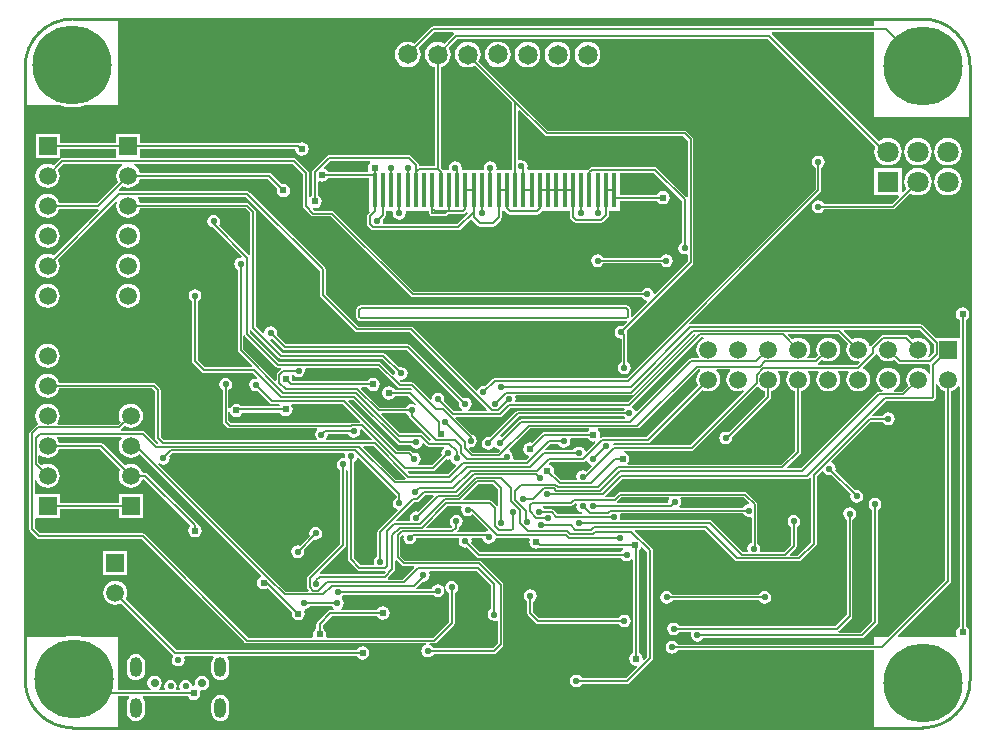
<source format=gbl>
G04*
G04 #@! TF.GenerationSoftware,Altium Limited,Altium Designer,18.1.9 (240)*
G04*
G04 Layer_Physical_Order=2*
G04 Layer_Color=16711680*
%FSLAX25Y25*%
%MOIN*%
G70*
G01*
G75*
%ADD10C,0.01000*%
%ADD18C,0.00600*%
%ADD79C,0.00800*%
%ADD80C,0.06496*%
%ADD81C,0.26378*%
%ADD82C,0.04724*%
%ADD83O,0.03937X0.06688*%
%ADD84O,0.03937X0.06688*%
%ADD85C,0.02756*%
%ADD86C,0.05906*%
%ADD87R,0.05906X0.05906*%
%ADD88R,0.05984X0.05984*%
%ADD89C,0.05984*%
%ADD90C,0.07087*%
%ADD91R,0.07087X0.07087*%
%ADD92R,0.05906X0.05906*%
%ADD93C,0.05906*%
%ADD94C,0.02200*%
%ADD95C,0.02400*%
%ADD96R,0.01535X0.11811*%
G36*
X283465Y235020D02*
X136364D01*
X135974Y234942D01*
X135643Y234721D01*
X130214Y229291D01*
X130142Y229346D01*
X129109Y229774D01*
X128000Y229920D01*
X126891Y229774D01*
X125858Y229346D01*
X124970Y228665D01*
X124289Y227778D01*
X123861Y226745D01*
X123715Y225636D01*
X123861Y224527D01*
X124289Y223493D01*
X124970Y222606D01*
X125858Y221925D01*
X126891Y221497D01*
X128000Y221351D01*
X129109Y221497D01*
X130142Y221925D01*
X131030Y222606D01*
X131711Y223493D01*
X132139Y224527D01*
X132285Y225636D01*
X132139Y226745D01*
X131711Y227778D01*
X131656Y227849D01*
X136787Y232980D01*
X143249D01*
X143400Y232666D01*
X143423Y232480D01*
X140214Y229271D01*
X140142Y229326D01*
X139109Y229754D01*
X138000Y229900D01*
X136891Y229754D01*
X135858Y229326D01*
X134970Y228645D01*
X134289Y227758D01*
X133861Y226725D01*
X133715Y225616D01*
X133861Y224507D01*
X134289Y223473D01*
X134970Y222586D01*
X135858Y221905D01*
X136891Y221477D01*
X136980Y221465D01*
Y188323D01*
X131756D01*
Y188887D01*
X131679Y189277D01*
X131458Y189608D01*
X129241Y191825D01*
X128910Y192046D01*
X128520Y192123D01*
X101720D01*
X101329Y192046D01*
X100999Y191825D01*
X96399Y187225D01*
X96178Y186894D01*
X96100Y186504D01*
Y178668D01*
X95534Y178290D01*
X95037Y178447D01*
Y186184D01*
X94967Y186535D01*
X94769Y186833D01*
X90749Y190853D01*
X90451Y191052D01*
X90100Y191121D01*
X39313D01*
X38870Y191260D01*
X38870Y191621D01*
Y194232D01*
X90400D01*
X90477Y194139D01*
X90647Y193280D01*
X91133Y192552D01*
X91861Y192066D01*
X92720Y191895D01*
X93578Y192066D01*
X94306Y192552D01*
X94792Y193280D01*
X94963Y194139D01*
X94792Y194997D01*
X94306Y195725D01*
X93578Y196211D01*
X92720Y196382D01*
X91886Y196216D01*
X91606Y196271D01*
X38870D01*
Y199244D01*
X30886D01*
Y196271D01*
X11953D01*
Y199244D01*
X3969D01*
Y191260D01*
X11953D01*
Y194232D01*
X30886D01*
X30886Y191260D01*
X30444Y191121D01*
X12913D01*
X12561Y191052D01*
X12264Y190853D01*
X10074Y188662D01*
X9974Y188739D01*
X9003Y189141D01*
X7961Y189278D01*
X6918Y189141D01*
X5947Y188739D01*
X5113Y188099D01*
X4473Y187265D01*
X4071Y186294D01*
X3934Y185252D01*
X4071Y184210D01*
X4473Y183238D01*
X5113Y182405D01*
X5947Y181765D01*
X6918Y181362D01*
X7961Y181225D01*
X9003Y181362D01*
X9974Y181765D01*
X10808Y182405D01*
X11448Y183238D01*
X11850Y184210D01*
X11987Y185252D01*
X11850Y186294D01*
X11448Y187265D01*
X11371Y187365D01*
X13293Y189286D01*
X32880D01*
X32979Y188786D01*
X32865Y188739D01*
X32031Y188099D01*
X31391Y187265D01*
X30989Y186294D01*
X30852Y185252D01*
X30989Y184210D01*
X31391Y183238D01*
X31405Y183221D01*
X24456Y176271D01*
X11853D01*
X11850Y176294D01*
X11448Y177265D01*
X10808Y178099D01*
X9974Y178739D01*
X9003Y179141D01*
X7961Y179278D01*
X6918Y179141D01*
X5947Y178739D01*
X5113Y178099D01*
X4473Y177265D01*
X4071Y176294D01*
X3934Y175252D01*
X4071Y174210D01*
X4473Y173239D01*
X5113Y172405D01*
X5947Y171765D01*
X6918Y171362D01*
X7961Y171225D01*
X9003Y171362D01*
X9974Y171765D01*
X10808Y172405D01*
X11448Y173239D01*
X11850Y174210D01*
X11853Y174232D01*
X24878D01*
X24950Y174247D01*
X25197Y173786D01*
X10074Y158662D01*
X9974Y158739D01*
X9003Y159141D01*
X7961Y159278D01*
X6918Y159141D01*
X5947Y158739D01*
X5113Y158099D01*
X4473Y157265D01*
X4071Y156294D01*
X3934Y155252D01*
X4071Y154210D01*
X4473Y153238D01*
X5113Y152405D01*
X5947Y151765D01*
X6918Y151363D01*
X7961Y151225D01*
X9003Y151363D01*
X9974Y151765D01*
X10808Y152405D01*
X11448Y153238D01*
X11850Y154210D01*
X11987Y155252D01*
X11850Y156294D01*
X11448Y157265D01*
X11371Y157365D01*
X30546Y176540D01*
X30955Y176311D01*
X30986Y176273D01*
X30852Y175252D01*
X30989Y174210D01*
X31391Y173239D01*
X32031Y172405D01*
X32865Y171765D01*
X33836Y171362D01*
X34878Y171225D01*
X35921Y171362D01*
X36892Y171765D01*
X37726Y172405D01*
X38366Y173239D01*
X38768Y174210D01*
X38784Y174334D01*
X74139D01*
X75602Y172872D01*
Y158823D01*
X75370Y158689D01*
X75102Y158638D01*
X64958Y168782D01*
X65294Y169284D01*
X65457Y170104D01*
X65294Y170923D01*
X64830Y171618D01*
X64135Y172082D01*
X63316Y172245D01*
X62496Y172082D01*
X61802Y171618D01*
X61338Y170923D01*
X61174Y170104D01*
X61338Y169284D01*
X61802Y168590D01*
X62496Y168126D01*
X63149Y167996D01*
X72779Y158366D01*
X72532Y157905D01*
X72339Y157944D01*
X71519Y157781D01*
X70825Y157317D01*
X70360Y156622D01*
X70197Y155803D01*
X70360Y154983D01*
X70825Y154289D01*
X71421Y153890D01*
Y127004D01*
X71491Y126652D01*
X71690Y126355D01*
X76261Y121783D01*
X76070Y121321D01*
X60481D01*
X58037Y123765D01*
Y143324D01*
X58634Y143722D01*
X59098Y144417D01*
X59261Y145236D01*
X59098Y146056D01*
X58634Y146750D01*
X57939Y147214D01*
X57120Y147377D01*
X56300Y147214D01*
X55606Y146750D01*
X55141Y146056D01*
X54979Y145236D01*
X55141Y144417D01*
X55606Y143722D01*
X56202Y143324D01*
Y123385D01*
X56272Y123034D01*
X56471Y122736D01*
X59452Y119755D01*
X59749Y119556D01*
X60101Y119486D01*
X76439D01*
X77878Y118047D01*
X77632Y117587D01*
X77339Y117645D01*
X76519Y117482D01*
X75825Y117018D01*
X75360Y116323D01*
X75197Y115504D01*
X75360Y114684D01*
X75825Y113990D01*
X76519Y113526D01*
X77339Y113363D01*
X78042Y113503D01*
X82190Y109355D01*
X82487Y109156D01*
X82839Y109086D01*
X85088D01*
X85361Y108588D01*
X85203Y108334D01*
X72628D01*
X72457Y108590D01*
X71729Y109076D01*
X70871Y109247D01*
X70013Y109076D01*
X69285Y108590D01*
X68799Y107862D01*
X68756Y107649D01*
X68256Y107698D01*
Y113791D01*
X68853Y114190D01*
X69317Y114884D01*
X69480Y115704D01*
X69317Y116523D01*
X68853Y117218D01*
X68158Y117682D01*
X67339Y117845D01*
X66519Y117682D01*
X65825Y117218D01*
X65360Y116523D01*
X65197Y115704D01*
X65360Y114884D01*
X65825Y114190D01*
X66421Y113791D01*
Y103254D01*
X66491Y102903D01*
X66690Y102605D01*
X68040Y101255D01*
X68338Y101056D01*
X68689Y100986D01*
X97644D01*
X97796Y100486D01*
X97765Y100466D01*
X97301Y99771D01*
X97138Y98952D01*
X97301Y98132D01*
X97710Y97521D01*
X97557Y97021D01*
X46900D01*
X45681Y98240D01*
Y113786D01*
X45611Y114137D01*
X45412Y114435D01*
X43962Y115885D01*
X43664Y116084D01*
X43313Y116154D01*
X11866D01*
X11850Y116279D01*
X11448Y117250D01*
X10808Y118084D01*
X9974Y118723D01*
X9003Y119126D01*
X7961Y119263D01*
X6918Y119126D01*
X5947Y118723D01*
X5113Y118084D01*
X4473Y117250D01*
X4071Y116279D01*
X3934Y115236D01*
X4071Y114194D01*
X4473Y113223D01*
X5113Y112389D01*
X5947Y111749D01*
X6918Y111347D01*
X7961Y111210D01*
X9003Y111347D01*
X9974Y111749D01*
X10808Y112389D01*
X11448Y113223D01*
X11850Y114194D01*
X11866Y114319D01*
X42933D01*
X43845Y113406D01*
Y97860D01*
X43915Y97509D01*
X44114Y97211D01*
X44833Y96493D01*
X44653Y95966D01*
X44389Y95932D01*
X40468Y99853D01*
X40171Y100052D01*
X39820Y100121D01*
X32578D01*
X32427Y100621D01*
X32477Y100655D01*
X33648Y101826D01*
X33747Y101749D01*
X34718Y101347D01*
X35760Y101210D01*
X36803Y101347D01*
X37774Y101749D01*
X38608Y102389D01*
X39248Y103223D01*
X39650Y104194D01*
X39787Y105236D01*
X39650Y106278D01*
X39248Y107249D01*
X38608Y108083D01*
X37774Y108723D01*
X36803Y109126D01*
X35760Y109263D01*
X34718Y109126D01*
X33747Y108723D01*
X32913Y108083D01*
X32273Y107249D01*
X31871Y106278D01*
X31734Y105236D01*
X31871Y104194D01*
X32273Y103223D01*
X32350Y103123D01*
X31448Y102221D01*
X11309D01*
X11063Y102721D01*
X11448Y103223D01*
X11850Y104194D01*
X11987Y105236D01*
X11850Y106279D01*
X11448Y107250D01*
X10808Y108084D01*
X9974Y108723D01*
X9003Y109126D01*
X7961Y109263D01*
X6918Y109126D01*
X5947Y108723D01*
X5113Y108084D01*
X4473Y107250D01*
X4071Y106279D01*
X3934Y105236D01*
X4071Y104194D01*
X4473Y103223D01*
X4859Y102721D01*
X4848Y102594D01*
X4639Y102186D01*
X4468Y102152D01*
X4171Y101953D01*
X2171Y99953D01*
X1972Y99655D01*
X1902Y99304D01*
Y67304D01*
X1972Y66953D01*
X2171Y66655D01*
X4371Y64455D01*
X4668Y64256D01*
X5020Y64186D01*
X39340D01*
X73934Y29592D01*
X74232Y29393D01*
X74583Y29323D01*
X134100D01*
X134150Y28823D01*
X133889Y28771D01*
X133195Y28307D01*
X132730Y27612D01*
X132568Y26793D01*
X132730Y25973D01*
X133195Y25279D01*
X133889Y24815D01*
X134709Y24652D01*
X135528Y24815D01*
X136223Y25279D01*
X136621Y25875D01*
X156793D01*
X157144Y25945D01*
X157442Y26144D01*
X159669Y28371D01*
X159867Y28668D01*
X159937Y29020D01*
Y48824D01*
X159867Y49175D01*
X159669Y49473D01*
X152492Y56649D01*
X152195Y56848D01*
X151844Y56918D01*
X127017D01*
X125537Y58397D01*
Y64924D01*
X126120Y65507D01*
X126301Y65480D01*
X126662Y64925D01*
X126578Y64504D01*
X126741Y63684D01*
X127206Y62990D01*
X127900Y62526D01*
X128720Y62363D01*
X129539Y62526D01*
X130234Y62990D01*
X130698Y63684D01*
X130861Y64504D01*
X130928Y64586D01*
X145020D01*
X145227Y64201D01*
X145234Y64086D01*
X145079Y63304D01*
X145241Y62484D01*
X145706Y61790D01*
X146400Y61326D01*
X147220Y61163D01*
X147923Y61303D01*
X151077Y58149D01*
X151375Y57950D01*
X151726Y57880D01*
X199145D01*
X199544Y57283D01*
X200239Y56819D01*
X201058Y56656D01*
X201877Y56819D01*
X202572Y57283D01*
X202607Y57335D01*
X203107Y57183D01*
Y26168D01*
X202540Y25790D01*
X202054Y25062D01*
X201883Y24204D01*
X202054Y23345D01*
X202540Y22617D01*
X203268Y22131D01*
X204126Y21960D01*
X204246Y21984D01*
X204492Y21523D01*
X200678Y17709D01*
X186160D01*
X185761Y18306D01*
X185066Y18770D01*
X184247Y18933D01*
X183428Y18770D01*
X182733Y18306D01*
X182269Y17611D01*
X182106Y16792D01*
X182269Y15972D01*
X182733Y15278D01*
X183428Y14814D01*
X184247Y14650D01*
X185066Y14814D01*
X185761Y15278D01*
X186160Y15874D01*
X201058D01*
X201409Y15944D01*
X201707Y16143D01*
X209427Y23863D01*
X209626Y24161D01*
X209696Y24512D01*
Y60345D01*
X209626Y60696D01*
X209427Y60994D01*
X203660Y66761D01*
X203868Y67261D01*
X226965D01*
X237221Y57004D01*
X237519Y56805D01*
X237870Y56736D01*
X258469D01*
X258820Y56805D01*
X259118Y57004D01*
X264069Y61955D01*
X264267Y62253D01*
X264337Y62604D01*
Y85243D01*
X266056Y86962D01*
X266482Y86833D01*
X266559Y86758D01*
X267006Y86090D01*
X267700Y85626D01*
X268520Y85463D01*
X269223Y85603D01*
X275740Y79086D01*
X275600Y78382D01*
X275763Y77563D01*
X276227Y76868D01*
X276922Y76404D01*
X277741Y76241D01*
X278561Y76404D01*
X279255Y76868D01*
X279719Y77563D01*
X279882Y78382D01*
X279719Y79202D01*
X279255Y79896D01*
X278561Y80360D01*
X277741Y80523D01*
X277038Y80383D01*
X270521Y86900D01*
X270661Y87604D01*
X270498Y88423D01*
X270034Y89118D01*
X269365Y89564D01*
X269290Y89641D01*
X269161Y90067D01*
X282380Y103286D01*
X286268D01*
X286667Y102690D01*
X287361Y102226D01*
X288181Y102063D01*
X289000Y102226D01*
X289695Y102690D01*
X290159Y103384D01*
X290322Y104204D01*
X290159Y105023D01*
X289695Y105718D01*
X289000Y106182D01*
X288181Y106345D01*
X287361Y106182D01*
X286667Y105718D01*
X286268Y105121D01*
X283140D01*
X282948Y105583D01*
X287551Y110186D01*
X302920D01*
X303271Y110256D01*
X303569Y110455D01*
X303768Y110655D01*
X303967Y110953D01*
X304037Y111304D01*
Y115667D01*
X304537Y115767D01*
X304728Y115307D01*
X305362Y114481D01*
X306187Y113847D01*
X307149Y113449D01*
X307263Y113434D01*
Y50460D01*
X288299Y31496D01*
X283465D01*
Y28918D01*
X218033D01*
X217635Y29514D01*
X216940Y29978D01*
X216121Y30141D01*
X215301Y29978D01*
X214607Y29514D01*
X214143Y28819D01*
X213980Y28000D01*
X214143Y27181D01*
X214607Y26486D01*
X215301Y26022D01*
X216121Y25859D01*
X216940Y26022D01*
X217635Y26486D01*
X218033Y27082D01*
X283465D01*
Y1236D01*
X31496D01*
Y11684D01*
X35069D01*
X35239Y11184D01*
X34852Y10680D01*
X34553Y9958D01*
X34451Y9183D01*
Y6432D01*
X34553Y5657D01*
X34852Y4935D01*
X35328Y4315D01*
X35948Y3839D01*
X36670Y3540D01*
X37445Y3438D01*
X38220Y3540D01*
X38942Y3839D01*
X39562Y4315D01*
X40038Y4935D01*
X40337Y5657D01*
X40439Y6432D01*
Y9183D01*
X40337Y9958D01*
X40038Y10680D01*
X39651Y11184D01*
X39821Y11684D01*
X54673D01*
X55052Y11118D01*
X55779Y10632D01*
X56638Y10461D01*
X57496Y10632D01*
X58224Y11118D01*
X58710Y11845D01*
X58881Y12704D01*
X58749Y13368D01*
X59066Y13763D01*
X59133Y13802D01*
X59394Y13750D01*
X60321Y13934D01*
X61108Y14460D01*
X61634Y15247D01*
X61818Y16174D01*
X61634Y17102D01*
X61108Y17889D01*
X60321Y18414D01*
X59394Y18599D01*
X58466Y18414D01*
X57679Y17889D01*
X57154Y17102D01*
X56969Y16174D01*
X57068Y15676D01*
X56697Y15177D01*
X56402Y15152D01*
X56161Y15362D01*
X56057Y15886D01*
X55593Y16581D01*
X54898Y17045D01*
X54079Y17208D01*
X53259Y17045D01*
X52565Y16581D01*
X52101Y15886D01*
X51938Y15067D01*
X52101Y14247D01*
X52156Y14164D01*
X51920Y13723D01*
X51119D01*
X50883Y14164D01*
X50939Y14247D01*
X51102Y15067D01*
X50939Y15886D01*
X50475Y16581D01*
X49780Y17045D01*
X48961Y17208D01*
X48141Y17045D01*
X47447Y16581D01*
X46982Y15886D01*
X46819Y15067D01*
X46982Y14247D01*
X47038Y14164D01*
X46802Y13723D01*
X45158D01*
X45006Y14223D01*
X45360Y14460D01*
X45886Y15247D01*
X46070Y16174D01*
X45886Y17102D01*
X45360Y17889D01*
X44574Y18414D01*
X43646Y18599D01*
X42718Y18414D01*
X41931Y17889D01*
X41406Y17102D01*
X41221Y16174D01*
X41406Y15247D01*
X41931Y14460D01*
X42285Y14223D01*
X42134Y13723D01*
X31496D01*
Y31496D01*
X19499D01*
X18912Y31637D01*
X16686Y31812D01*
X14459Y31637D01*
X13872Y31496D01*
X520D01*
Y208661D01*
X12030D01*
X14041Y208179D01*
X16268Y208003D01*
X18494Y208179D01*
X20505Y208661D01*
X31496D01*
Y237457D01*
X283465D01*
Y235020D01*
D02*
G37*
G36*
Y204724D02*
X315480D01*
Y140254D01*
X314980Y140102D01*
X314606Y140662D01*
X313878Y141149D01*
X313020Y141319D01*
X312161Y141149D01*
X311434Y140662D01*
X310947Y139935D01*
X310776Y139076D01*
X310947Y138218D01*
X311434Y137490D01*
X312000Y137112D01*
Y131253D01*
X304228D01*
Y131253D01*
X303903Y131118D01*
X299620Y135402D01*
X299322Y135601D01*
X298971Y135670D01*
X222183D01*
X222110Y135656D01*
X221863Y136117D01*
X265552Y179805D01*
X265751Y180103D01*
X265821Y180454D01*
Y187891D01*
X266417Y188290D01*
X266881Y188984D01*
X267044Y189804D01*
X266881Y190623D01*
X266417Y191318D01*
X265722Y191782D01*
X264903Y191945D01*
X264084Y191782D01*
X263389Y191318D01*
X262925Y190623D01*
X262762Y189804D01*
X262925Y188984D01*
X263389Y188290D01*
X263985Y187891D01*
Y180834D01*
X200973Y117821D01*
X157120D01*
X156768Y117752D01*
X156471Y117553D01*
X153923Y115005D01*
X153220Y115145D01*
X152400Y114982D01*
X151706Y114518D01*
X151241Y113823D01*
X151222Y113723D01*
X150743Y113578D01*
X129668Y134653D01*
X129371Y134852D01*
X129020Y134921D01*
X111500D01*
X100637Y145784D01*
Y154004D01*
X100567Y154355D01*
X100368Y154653D01*
X75169Y179853D01*
X74871Y180052D01*
X74520Y180121D01*
X31913D01*
X31893Y180118D01*
X31647Y180578D01*
X32847Y181779D01*
X32865Y181765D01*
X33836Y181362D01*
X34878Y181225D01*
X35921Y181362D01*
X36892Y181765D01*
X37726Y182405D01*
X38366Y183238D01*
X38768Y184210D01*
X38771Y184232D01*
X81249D01*
X84443Y181038D01*
X84310Y180370D01*
X84481Y179512D01*
X84967Y178784D01*
X85695Y178298D01*
X86553Y178127D01*
X87412Y178298D01*
X88139Y178784D01*
X88626Y179512D01*
X88797Y180370D01*
X88626Y181228D01*
X88139Y181956D01*
X87412Y182442D01*
X86553Y182613D01*
X85885Y182480D01*
X82393Y185973D01*
X82062Y186194D01*
X81672Y186271D01*
X38771D01*
X38768Y186294D01*
X38366Y187265D01*
X37726Y188099D01*
X36892Y188739D01*
X36777Y188786D01*
X36877Y189286D01*
X89720D01*
X93202Y185804D01*
Y175004D01*
X93272Y174653D01*
X93471Y174355D01*
X95871Y171955D01*
X96168Y171756D01*
X96520Y171686D01*
X102540D01*
X129171Y145055D01*
X129468Y144856D01*
X129820Y144786D01*
X206007D01*
X206406Y144190D01*
X207100Y143726D01*
X207631Y143620D01*
X207796Y143078D01*
X202805Y138087D01*
X202496Y138188D01*
X202327Y138316D01*
Y140618D01*
X202249Y141009D01*
X202028Y141339D01*
X201646Y141721D01*
X201316Y141942D01*
X200925Y142020D01*
X112331D01*
X111940Y141942D01*
X111610Y141721D01*
X111216Y141327D01*
X110995Y140997D01*
X110917Y140606D01*
Y138244D01*
X110995Y137854D01*
X111216Y137523D01*
X111610Y137129D01*
X111940Y136908D01*
X112331Y136831D01*
X200842D01*
X200969Y136661D01*
X201070Y136352D01*
X199823Y135105D01*
X199120Y135245D01*
X198300Y135082D01*
X197606Y134618D01*
X197141Y133923D01*
X196978Y133104D01*
X197141Y132284D01*
X197606Y131590D01*
X198300Y131126D01*
X199120Y130963D01*
X199285Y130827D01*
Y123116D01*
X198688Y122718D01*
X198224Y122023D01*
X198061Y121204D01*
X198224Y120384D01*
X198688Y119690D01*
X199383Y119226D01*
X200202Y119063D01*
X201022Y119226D01*
X201716Y119690D01*
X202180Y120384D01*
X202343Y121204D01*
X202180Y122023D01*
X201716Y122718D01*
X201120Y123116D01*
Y132021D01*
X201074Y132249D01*
X201098Y132284D01*
X201261Y133104D01*
X201121Y133807D01*
X222969Y155655D01*
X223167Y155953D01*
X223237Y156304D01*
Y197304D01*
X223167Y197655D01*
X222969Y197953D01*
X220969Y199953D01*
X220671Y200152D01*
X220320Y200221D01*
X174692D01*
X164456Y210457D01*
X151593Y223320D01*
X151711Y223473D01*
X152139Y224507D01*
X152285Y225616D01*
X152139Y226725D01*
X151711Y227758D01*
X151030Y228645D01*
X150142Y229326D01*
X149109Y229754D01*
X148000Y229900D01*
X146891Y229754D01*
X145858Y229326D01*
X144970Y228645D01*
X144289Y227758D01*
X143861Y226725D01*
X143715Y225616D01*
X143861Y224507D01*
X144289Y223473D01*
X144970Y222586D01*
X145858Y221905D01*
X146891Y221477D01*
X148000Y221331D01*
X149109Y221477D01*
X150142Y221905D01*
X150295Y222023D01*
X162890Y209428D01*
Y187241D01*
X157923D01*
X157606Y187628D01*
X157661Y187904D01*
X157498Y188723D01*
X157034Y189418D01*
X156339Y189882D01*
X155520Y190045D01*
X154700Y189882D01*
X154006Y189418D01*
X153541Y188723D01*
X153378Y187904D01*
X153433Y187628D01*
X153116Y187241D01*
X146323D01*
X146006Y187628D01*
X146061Y187904D01*
X145898Y188723D01*
X145434Y189418D01*
X144739Y189882D01*
X143920Y190045D01*
X143100Y189882D01*
X142406Y189418D01*
X141941Y188723D01*
X141779Y187904D01*
X141833Y187628D01*
X141516Y187241D01*
X139509D01*
X139020Y187731D01*
Y221465D01*
X139109Y221477D01*
X140142Y221905D01*
X141030Y222586D01*
X141711Y223473D01*
X142139Y224507D01*
X142285Y225616D01*
X142139Y226725D01*
X141711Y227758D01*
X141656Y227829D01*
X144611Y230784D01*
X248165D01*
X283906Y195044D01*
X283648Y194422D01*
X283492Y193236D01*
X283648Y192050D01*
X284106Y190945D01*
X284834Y189996D01*
X285783Y189268D01*
X286888Y188810D01*
X288074Y188654D01*
X289260Y188810D01*
X290366Y189268D01*
X291315Y189996D01*
X292043Y190945D01*
X292501Y192050D01*
X292657Y193236D01*
X292501Y194422D01*
X292043Y195528D01*
X291315Y196476D01*
X290366Y197205D01*
X289260Y197663D01*
X288074Y197819D01*
X286888Y197663D01*
X285783Y197205D01*
X285130Y196704D01*
X249353Y232480D01*
X249376Y232666D01*
X249527Y232980D01*
X283465D01*
Y204724D01*
D02*
G37*
G36*
X115512Y189584D02*
X115371Y189490D01*
X114885Y188762D01*
X114714Y187904D01*
X114885Y187045D01*
X114899Y187023D01*
X114632Y186523D01*
X101351D01*
X100972Y187090D01*
X100303Y187538D01*
X100170Y187822D01*
X100103Y188045D01*
X102142Y190084D01*
X115360D01*
X115512Y189584D01*
D02*
G37*
G36*
X173663Y198655D02*
X173961Y198456D01*
X174312Y198386D01*
X219939D01*
X221402Y196924D01*
Y178204D01*
X221170Y178070D01*
X220902Y178019D01*
X211069Y187853D01*
X210771Y188052D01*
X210420Y188121D01*
X189511D01*
X189160Y188052D01*
X188862Y187853D01*
X188251Y187241D01*
X168191D01*
X167849Y187741D01*
X167961Y188304D01*
X167798Y189123D01*
X167334Y189818D01*
X166639Y190282D01*
X165820Y190445D01*
X165225Y190327D01*
X164725Y190654D01*
Y206939D01*
X165187Y207131D01*
X173663Y198655D01*
D02*
G37*
G36*
X219402Y176924D02*
Y163032D01*
X218806Y162633D01*
X218341Y161939D01*
X218179Y161119D01*
X218341Y160300D01*
X218806Y159605D01*
X219500Y159141D01*
X220320Y158978D01*
X220902Y159094D01*
X221402Y158761D01*
Y156684D01*
X210546Y145828D01*
X210003Y145992D01*
X209898Y146523D01*
X209434Y147218D01*
X208739Y147682D01*
X207920Y147845D01*
X207100Y147682D01*
X206406Y147218D01*
X206007Y146621D01*
X130200D01*
X103568Y173253D01*
X103271Y173452D01*
X102920Y173521D01*
X96900D01*
X96309Y174112D01*
X96555Y174573D01*
X97120Y174461D01*
X97978Y174632D01*
X98706Y175118D01*
X99192Y175845D01*
X99363Y176704D01*
X99192Y177562D01*
X98706Y178290D01*
X98139Y178668D01*
Y183136D01*
X98639Y183409D01*
X99386Y183261D01*
X100245Y183431D01*
X100972Y183918D01*
X101351Y184484D01*
X115189D01*
Y173431D01*
X115189D01*
X115322Y173110D01*
X114692Y172481D01*
X114471Y172150D01*
X114393Y171760D01*
Y169110D01*
X114471Y168720D01*
X114692Y168389D01*
X115799Y167283D01*
X116129Y167062D01*
X116520Y166984D01*
X144828D01*
X145218Y167062D01*
X145549Y167283D01*
X148890Y170624D01*
X149307Y170583D01*
X151307Y168583D01*
X151638Y168362D01*
X152028Y168284D01*
X156296D01*
X156686Y168362D01*
X157017Y168583D01*
X159017Y170583D01*
X159238Y170914D01*
X159315Y171304D01*
Y173431D01*
X160483D01*
X161331Y172583D01*
X161661Y172362D01*
X162052Y172284D01*
X171075D01*
X171465Y172362D01*
X171796Y172583D01*
X172644Y173431D01*
X182079D01*
Y171604D01*
X182157Y171214D01*
X182378Y170883D01*
X183378Y169883D01*
X183709Y169662D01*
X184099Y169584D01*
X192520D01*
X192910Y169662D01*
X193241Y169883D01*
X194844Y171486D01*
X195065Y171817D01*
X195142Y172207D01*
Y173431D01*
X198646D01*
Y176884D01*
X211155D01*
X211533Y176318D01*
X212261Y175831D01*
X213120Y175661D01*
X213978Y175831D01*
X214706Y176318D01*
X215192Y177045D01*
X215363Y177904D01*
X215192Y178762D01*
X214706Y179490D01*
X213978Y179976D01*
X213120Y180147D01*
X212261Y179976D01*
X211533Y179490D01*
X211155Y178923D01*
X198646D01*
Y186286D01*
X210039D01*
X219402Y176924D01*
D02*
G37*
G36*
X135229Y172731D02*
X135306Y172340D01*
X135527Y172010D01*
X135554Y171983D01*
X135885Y171762D01*
X136275Y171684D01*
X140520D01*
X140910Y171762D01*
X141241Y171983D01*
X141642Y172384D01*
X146520D01*
X146910Y172462D01*
X147241Y172683D01*
X147727Y173169D01*
X147825Y173149D01*
X147989Y172607D01*
X144406Y169023D01*
X120033D01*
X119699Y169523D01*
X119814Y170104D01*
X119674Y170807D01*
X120362Y171495D01*
X120561Y171792D01*
X120631Y172144D01*
Y173431D01*
X122829D01*
X123146Y173044D01*
X123079Y172704D01*
X123241Y171884D01*
X123706Y171190D01*
X124400Y170726D01*
X125220Y170563D01*
X126039Y170726D01*
X126734Y171190D01*
X127198Y171884D01*
X127361Y172704D01*
X127293Y173044D01*
X127610Y173431D01*
X135229D01*
Y172731D01*
D02*
G37*
G36*
X303402Y129024D02*
Y126127D01*
X301947Y124672D01*
X301796Y124697D01*
X301582Y125239D01*
X301633Y125307D01*
X302032Y126268D01*
X302168Y127300D01*
X302032Y128332D01*
X301633Y129293D01*
X301000Y130119D01*
X300174Y130753D01*
X299213Y131151D01*
X298181Y131287D01*
X297149Y131151D01*
X296187Y130753D01*
X296096Y130683D01*
X294926Y131853D01*
X294628Y132052D01*
X294277Y132121D01*
X286520D01*
X286168Y132052D01*
X285871Y131853D01*
X282494Y128475D01*
X282366Y128473D01*
X281939Y128556D01*
X281633Y129293D01*
X281000Y130119D01*
X280174Y130753D01*
X279212Y131151D01*
X278181Y131287D01*
X277149Y131151D01*
X276187Y130753D01*
X276096Y130683D01*
X273405Y133373D01*
X273596Y133835D01*
X298590D01*
X303402Y129024D01*
D02*
G37*
G36*
X274798Y129385D02*
X274728Y129293D01*
X274330Y128332D01*
X274194Y127300D01*
X274330Y126268D01*
X274728Y125307D01*
X275361Y124481D01*
X276187Y123847D01*
X277149Y123449D01*
X278181Y123313D01*
X278411Y123344D01*
X278645Y122870D01*
X277845Y122070D01*
X264803D01*
X264650Y122533D01*
X264657Y122570D01*
X264933Y122755D01*
X266096Y123917D01*
X266187Y123847D01*
X267149Y123449D01*
X268181Y123313D01*
X269213Y123449D01*
X270174Y123847D01*
X271000Y124481D01*
X271633Y125307D01*
X272032Y126268D01*
X272167Y127300D01*
X272032Y128332D01*
X271633Y129293D01*
X271000Y130119D01*
X270174Y130753D01*
X269213Y131151D01*
X268181Y131287D01*
X267149Y131151D01*
X266187Y130753D01*
X265361Y130119D01*
X264728Y129293D01*
X264330Y128332D01*
X264194Y127300D01*
X264330Y126268D01*
X264728Y125307D01*
X264798Y125215D01*
X263904Y124321D01*
X261508D01*
X261261Y124821D01*
X261633Y125307D01*
X262032Y126268D01*
X262168Y127300D01*
X262032Y128332D01*
X261633Y129293D01*
X261000Y130119D01*
X260174Y130753D01*
X259212Y131151D01*
X258181Y131287D01*
X257149Y131151D01*
X256187Y130753D01*
X256096Y130683D01*
X254605Y132173D01*
X254796Y132635D01*
X271548D01*
X274798Y129385D01*
D02*
G37*
G36*
X284728Y125307D02*
X285362Y124481D01*
X286187Y123847D01*
X287149Y123449D01*
X288181Y123313D01*
X289212Y123449D01*
X290174Y123847D01*
X290265Y123917D01*
X291385Y122798D01*
X291682Y122599D01*
X292033Y122530D01*
X301750D01*
X302108Y122299D01*
X302202Y122056D01*
Y119227D01*
X301702Y119128D01*
X301633Y119293D01*
X301000Y120119D01*
X300174Y120753D01*
X299213Y121151D01*
X298181Y121287D01*
X297149Y121151D01*
X296187Y120753D01*
X295361Y120119D01*
X294728Y119293D01*
X294330Y118332D01*
X294194Y117300D01*
X294330Y116268D01*
X294728Y115307D01*
X294798Y115215D01*
X292868Y113285D01*
X290123D01*
X290023Y113785D01*
X290174Y113847D01*
X291000Y114481D01*
X291633Y115307D01*
X292032Y116268D01*
X292167Y117300D01*
X292032Y118332D01*
X291633Y119293D01*
X291000Y120119D01*
X290174Y120753D01*
X289212Y121151D01*
X288181Y121287D01*
X287149Y121151D01*
X286187Y120753D01*
X285362Y120119D01*
X284728Y119293D01*
X284330Y118332D01*
X284194Y117300D01*
X284330Y116268D01*
X284728Y115307D01*
X285362Y114481D01*
X286187Y113847D01*
X286338Y113785D01*
X286239Y113285D01*
X285131D01*
X284780Y113215D01*
X284482Y113016D01*
X259188Y87721D01*
X254615D01*
X254424Y88183D01*
X258829Y92589D01*
X259028Y92887D01*
X259098Y93238D01*
Y113434D01*
X259212Y113449D01*
X260174Y113847D01*
X261000Y114481D01*
X261633Y115307D01*
X262032Y116268D01*
X262168Y117300D01*
X262032Y118332D01*
X261633Y119293D01*
X261294Y119735D01*
X261541Y120235D01*
X264820D01*
X265067Y119735D01*
X264728Y119293D01*
X264330Y118332D01*
X264194Y117300D01*
X264330Y116268D01*
X264728Y115307D01*
X265361Y114481D01*
X266187Y113847D01*
X267149Y113449D01*
X268181Y113313D01*
X269213Y113449D01*
X270174Y113847D01*
X271000Y114481D01*
X271633Y115307D01*
X272032Y116268D01*
X272167Y117300D01*
X272032Y118332D01*
X271633Y119293D01*
X271294Y119735D01*
X271541Y120235D01*
X274820D01*
X275067Y119735D01*
X274728Y119293D01*
X274330Y118332D01*
X274194Y117300D01*
X274330Y116268D01*
X274728Y115307D01*
X275361Y114481D01*
X276187Y113847D01*
X277149Y113449D01*
X278181Y113313D01*
X279212Y113449D01*
X280174Y113847D01*
X281000Y114481D01*
X281633Y115307D01*
X282032Y116268D01*
X282168Y117300D01*
X282032Y118332D01*
X281633Y119293D01*
X281000Y120119D01*
X280174Y120753D01*
X279847Y120888D01*
X279749Y121379D01*
X283769Y125398D01*
X283967Y125696D01*
X283986Y125791D01*
X284506Y125842D01*
X284728Y125307D01*
D02*
G37*
G36*
X85271Y124555D02*
X85568Y124356D01*
X85920Y124286D01*
X119539D01*
X123817Y120009D01*
X123677Y119305D01*
X123730Y119041D01*
X123269Y118795D01*
X119211Y122853D01*
X118913Y123052D01*
X118562Y123121D01*
X85200D01*
X75437Y132884D01*
Y133704D01*
X75669Y133838D01*
X75937Y133888D01*
X85271Y124555D01*
D02*
G37*
G36*
X124671Y114797D02*
X124968Y114598D01*
X125320Y114528D01*
X129007D01*
X129549Y113987D01*
X129230Y113598D01*
X129010Y113746D01*
X128620Y113823D01*
X123683D01*
X123304Y114390D01*
X122576Y114876D01*
X121718Y115047D01*
X120860Y114876D01*
X120132Y114390D01*
X119646Y113662D01*
X119475Y112804D01*
X119646Y111945D01*
X120132Y111218D01*
X120860Y110731D01*
X121718Y110561D01*
X122576Y110731D01*
X123304Y111218D01*
X123683Y111784D01*
X128197D01*
X130920Y109061D01*
X130601Y108673D01*
X130139Y108982D01*
X129320Y109145D01*
X128500Y108982D01*
X127806Y108518D01*
X127407Y107921D01*
X118800D01*
X112499Y114222D01*
X112690Y114684D01*
X114555D01*
X114934Y114118D01*
X115661Y113631D01*
X116520Y113461D01*
X117378Y113631D01*
X118106Y114118D01*
X118592Y114845D01*
X118763Y115704D01*
X118592Y116562D01*
X118106Y117290D01*
X117378Y117776D01*
X116520Y117947D01*
X115661Y117776D01*
X114934Y117290D01*
X114555Y116723D01*
X89845D01*
X89484Y117139D01*
X89582Y117631D01*
X89413Y118479D01*
X89411Y118490D01*
X89676Y118993D01*
X89896Y119004D01*
X90106Y118690D01*
X90800Y118226D01*
X91620Y118063D01*
X92439Y118226D01*
X93134Y118690D01*
X93598Y119384D01*
X93761Y120204D01*
X93645Y120786D01*
X93978Y121286D01*
X118182D01*
X124671Y114797D01*
D02*
G37*
G36*
X86490Y127455D02*
X86787Y127256D01*
X87139Y127186D01*
X127840D01*
X145172Y109854D01*
X145032Y109150D01*
X145195Y108331D01*
X145659Y107636D01*
X146280Y107221D01*
X146263Y106911D01*
X146197Y106721D01*
X143400D01*
X140121Y110000D01*
X140261Y110704D01*
X140098Y111523D01*
X139634Y112218D01*
X138939Y112682D01*
X138120Y112845D01*
X137300Y112682D01*
X136606Y112218D01*
X136141Y111523D01*
X136004Y110834D01*
X135527Y110604D01*
X130036Y116095D01*
X129739Y116294D01*
X129388Y116364D01*
X125700D01*
X125307Y116756D01*
X125554Y117217D01*
X125818Y117164D01*
X126637Y117327D01*
X127332Y117791D01*
X127796Y118486D01*
X127959Y119305D01*
X127796Y120125D01*
X127332Y120819D01*
X126637Y121284D01*
X125818Y121447D01*
X125115Y121307D01*
X120569Y125853D01*
X120271Y126052D01*
X119920Y126121D01*
X86300D01*
X82126Y130295D01*
X82297Y130672D01*
X82361Y130767D01*
X83042Y130903D01*
X86490Y127455D01*
D02*
G37*
G36*
X73871Y131855D02*
X84171Y121555D01*
X84468Y121356D01*
X84820Y121286D01*
X85620D01*
X85754Y121054D01*
X85804Y120786D01*
X84589Y119571D01*
X84391Y119274D01*
X84321Y118923D01*
Y116972D01*
X83859Y116781D01*
X73256Y127384D01*
Y131875D01*
X73756Y132026D01*
X73871Y131855D01*
D02*
G37*
G36*
X235515Y120237D02*
X235362Y120119D01*
X234728Y119293D01*
X234330Y118332D01*
X234194Y117300D01*
X234330Y116268D01*
X234728Y115307D01*
X235362Y114481D01*
X236187Y113847D01*
X237149Y113449D01*
X238181Y113313D01*
X239212Y113449D01*
X239806Y113695D01*
X240089Y113271D01*
X222239Y95421D01*
X196802D01*
X196711Y95403D01*
X196483Y95523D01*
X196436Y95703D01*
X196801Y96186D01*
X207984D01*
X208336Y96256D01*
X208633Y96455D01*
X226096Y113917D01*
X226187Y113847D01*
X227149Y113449D01*
X228181Y113313D01*
X229212Y113449D01*
X230174Y113847D01*
X231000Y114481D01*
X231633Y115307D01*
X232032Y116268D01*
X232168Y117300D01*
X232032Y118332D01*
X231633Y119293D01*
X231000Y120119D01*
X230846Y120237D01*
X231007Y120711D01*
X235354D01*
X235515Y120237D01*
D02*
G37*
G36*
X223674Y132542D02*
X223865Y132047D01*
X201539Y109721D01*
X164212D01*
X163926Y110222D01*
X164062Y110904D01*
X163946Y111486D01*
X164279Y111986D01*
X202364D01*
X202715Y112056D01*
X203013Y112255D01*
X223338Y132580D01*
X223674Y132542D01*
D02*
G37*
G36*
X98802Y153624D02*
Y145404D01*
X98872Y145053D01*
X99071Y144755D01*
X110471Y133355D01*
X110768Y133156D01*
X111120Y133086D01*
X128639D01*
X154542Y107183D01*
X154351Y106721D01*
X148149D01*
X148083Y106911D01*
X148066Y107221D01*
X148687Y107636D01*
X149151Y108331D01*
X149314Y109150D01*
X149151Y109970D01*
X148687Y110664D01*
X147992Y111129D01*
X147173Y111292D01*
X146469Y111152D01*
X128868Y128753D01*
X128571Y128952D01*
X128220Y129021D01*
X87519D01*
X84340Y132200D01*
X84480Y132904D01*
X84317Y133723D01*
X83853Y134418D01*
X83158Y134882D01*
X82339Y135045D01*
X81519Y134882D01*
X80825Y134418D01*
X80360Y133723D01*
X80202Y132926D01*
X80107Y132862D01*
X79730Y132691D01*
X77437Y134984D01*
Y173252D01*
X77367Y173603D01*
X77169Y173901D01*
X75169Y175901D01*
X74871Y176100D01*
X74520Y176169D01*
X38784D01*
X38768Y176294D01*
X38366Y177265D01*
X37966Y177786D01*
X38212Y178286D01*
X74139D01*
X98802Y153624D01*
D02*
G37*
G36*
X226628Y130935D02*
X226187Y130753D01*
X225361Y130119D01*
X224728Y129293D01*
X224330Y128332D01*
X224194Y127300D01*
X224330Y126268D01*
X224728Y125307D01*
X225100Y124821D01*
X224853Y124321D01*
X222420D01*
X222068Y124252D01*
X221771Y124053D01*
X204370Y106652D01*
X204078Y106741D01*
X203861Y106850D01*
X203434Y107490D01*
X202941Y107820D01*
X202832Y108360D01*
X202850Y108436D01*
X225849Y131435D01*
X226528D01*
X226628Y130935D01*
D02*
G37*
G36*
X112146Y103380D02*
X111955Y102918D01*
X109172D01*
X108820Y102848D01*
X108781Y102821D01*
X69069D01*
X68256Y103634D01*
Y106309D01*
X68756Y106359D01*
X68799Y106145D01*
X69285Y105418D01*
X70013Y104931D01*
X70871Y104761D01*
X71729Y104931D01*
X72457Y105418D01*
X72943Y106145D01*
X72973Y106294D01*
X85455D01*
X85834Y105728D01*
X86561Y105242D01*
X87420Y105071D01*
X88278Y105242D01*
X89006Y105728D01*
X89492Y106456D01*
X89663Y107314D01*
X89492Y108172D01*
X89215Y108586D01*
X89483Y109086D01*
X106439D01*
X112146Y103380D01*
D02*
G37*
G36*
X255067Y119735D02*
X254728Y119293D01*
X254330Y118332D01*
X254194Y117300D01*
X254330Y116268D01*
X254728Y115307D01*
X255362Y114481D01*
X256187Y113847D01*
X257149Y113449D01*
X257263Y113434D01*
Y93618D01*
X252567Y88921D01*
X201420D01*
X201265Y89421D01*
X201692Y90061D01*
X201863Y90920D01*
X201692Y91778D01*
X201206Y92506D01*
X200478Y92992D01*
X200004Y93086D01*
X200054Y93586D01*
X222620D01*
X222971Y93656D01*
X223269Y93855D01*
X244368Y114954D01*
X245031Y114911D01*
X245361Y114481D01*
X246187Y113847D01*
X247149Y113449D01*
X247263Y113434D01*
Y111873D01*
X235031Y99641D01*
X234819Y99782D01*
X234000Y99945D01*
X233181Y99782D01*
X232486Y99318D01*
X232022Y98623D01*
X231859Y97804D01*
X232022Y96984D01*
X232486Y96290D01*
X233181Y95826D01*
X234000Y95663D01*
X234819Y95826D01*
X235514Y96290D01*
X235978Y96984D01*
X236141Y97804D01*
X236083Y98098D01*
X248830Y110844D01*
X249028Y111142D01*
X249098Y111493D01*
Y113434D01*
X249213Y113449D01*
X250174Y113847D01*
X251000Y114481D01*
X251633Y115307D01*
X252032Y116268D01*
X252168Y117300D01*
X252032Y118332D01*
X251633Y119293D01*
X251294Y119735D01*
X251541Y120235D01*
X254820D01*
X255067Y119735D01*
D02*
G37*
G36*
X200366Y104521D02*
X200234Y104021D01*
X165920D01*
X165568Y103952D01*
X165271Y103753D01*
X159623Y98105D01*
X159053Y98219D01*
X158824Y98697D01*
X165186Y105059D01*
X200007D01*
X200366Y104521D01*
D02*
G37*
G36*
X200336Y107386D02*
X200007Y106894D01*
X164806D01*
X164454Y106824D01*
X164157Y106625D01*
X155565Y98033D01*
X154861Y98173D01*
X154042Y98010D01*
X153347Y97546D01*
X152883Y96852D01*
X152720Y96032D01*
X152883Y95213D01*
X153347Y94518D01*
X154042Y94054D01*
X154861Y93891D01*
X155681Y94054D01*
X156375Y94518D01*
X156614Y94875D01*
X157215D01*
X157406Y94590D01*
X158100Y94126D01*
X158533Y94039D01*
X158698Y93497D01*
X158096Y92894D01*
X149786D01*
X148380Y94301D01*
X148626Y94762D01*
X148963Y94695D01*
X149782Y94858D01*
X150477Y95322D01*
X150941Y96016D01*
X151104Y96836D01*
X150941Y97655D01*
X150477Y98350D01*
X149782Y98814D01*
X149461Y98878D01*
X143914Y104424D01*
X144106Y104886D01*
X158769D01*
X159120Y104956D01*
X159417Y105155D01*
X162149Y107886D01*
X200166D01*
X200336Y107386D01*
D02*
G37*
G36*
X225515Y120237D02*
X225361Y120119D01*
X224728Y119293D01*
X224330Y118332D01*
X224194Y117300D01*
X224330Y116268D01*
X224728Y115307D01*
X224798Y115215D01*
X207604Y98021D01*
X192820D01*
X192469Y97952D01*
X192058Y98279D01*
X192163Y98804D01*
X191992Y99662D01*
X191506Y100390D01*
X191362Y100486D01*
X191513Y100986D01*
X204595D01*
X204946Y101056D01*
X205244Y101255D01*
X224700Y120711D01*
X225355D01*
X225515Y120237D01*
D02*
G37*
G36*
X116147Y97483D02*
X115955Y97021D01*
X101002D01*
X100849Y97521D01*
X101258Y98132D01*
X101420Y98952D01*
X101528Y99082D01*
X108088D01*
X108486Y98486D01*
X109181Y98022D01*
X110000Y97859D01*
X110819Y98022D01*
X111514Y98486D01*
X111978Y99181D01*
X112141Y100000D01*
X112074Y100340D01*
X112424Y100817D01*
X112783Y100847D01*
X116147Y97483D01*
D02*
G37*
G36*
X127806Y105490D02*
X128441Y105065D01*
X128472Y104909D01*
X128671Y104611D01*
X135768Y97514D01*
X135591Y96983D01*
X135389Y96954D01*
X133190Y99153D01*
X132893Y99352D01*
X132541Y99421D01*
X125400D01*
X119197Y105624D01*
X119388Y106086D01*
X127407D01*
X127806Y105490D01*
D02*
G37*
G36*
X188478Y100486D02*
X188333Y100390D01*
X187955Y99823D01*
X173527D01*
X173137Y99746D01*
X172806Y99525D01*
X169495Y96214D01*
X168827Y96347D01*
X167969Y96176D01*
X167241Y95690D01*
X166755Y94962D01*
X166584Y94104D01*
X166755Y93245D01*
X167241Y92518D01*
X167969Y92032D01*
X168280Y91969D01*
X168445Y91427D01*
X167513Y90494D01*
X163293D01*
X162973Y90994D01*
X163094Y91604D01*
X162931Y92423D01*
X162467Y93118D01*
X161960Y93457D01*
X161837Y94040D01*
X168783Y100986D01*
X188326D01*
X188478Y100486D01*
D02*
G37*
G36*
X188333Y97218D02*
X189061Y96732D01*
X189920Y96561D01*
X190359Y96648D01*
X190605Y96187D01*
X187629Y93211D01*
X187151Y93356D01*
X187098Y93623D01*
X186634Y94318D01*
X185939Y94782D01*
X185120Y94945D01*
X184300Y94782D01*
X183606Y94318D01*
X183207Y93721D01*
X174042D01*
X173835Y94221D01*
X175400Y95786D01*
X178107D01*
X178506Y95190D01*
X179200Y94726D01*
X180020Y94563D01*
X180839Y94726D01*
X181534Y95190D01*
X181998Y95884D01*
X182161Y96704D01*
X182045Y97284D01*
X182379Y97784D01*
X187955D01*
X188333Y97218D01*
D02*
G37*
G36*
X107094Y92286D02*
X106978Y91704D01*
X107008Y91558D01*
X106654Y91204D01*
X106508Y91233D01*
X105689Y91070D01*
X104994Y90606D01*
X104530Y89912D01*
X104367Y89092D01*
X104530Y88273D01*
X104994Y87578D01*
X105590Y87180D01*
Y62472D01*
X94771Y51653D01*
X94572Y51355D01*
X94502Y51004D01*
Y48004D01*
X94572Y47653D01*
X94771Y47355D01*
X95042Y47083D01*
X94851Y46621D01*
X87338D01*
X82407Y51553D01*
X82200Y51691D01*
X44730Y89161D01*
X45049Y89549D01*
X45700Y89114D01*
X46520Y88951D01*
X47339Y89114D01*
X48034Y89578D01*
X48498Y90273D01*
X48661Y91092D01*
X48521Y91796D01*
X49511Y92786D01*
X106762D01*
X107094Y92286D01*
D02*
G37*
G36*
X124645Y95655D02*
X124942Y95456D01*
X125294Y95386D01*
X129007D01*
X129406Y94790D01*
X130100Y94326D01*
X130920Y94163D01*
X131739Y94326D01*
X132434Y94790D01*
X132898Y95484D01*
X133007Y96033D01*
X133549Y96198D01*
X134536Y95211D01*
X134834Y95012D01*
X135185Y94942D01*
X139989D01*
X140140Y94442D01*
X139906Y94285D01*
X139441Y93591D01*
X139278Y92771D01*
X139418Y92068D01*
X136051Y88700D01*
X131758D01*
X131606Y89200D01*
X131740Y89289D01*
X132204Y89984D01*
X132367Y90803D01*
X132204Y91623D01*
X131740Y92317D01*
X131045Y92782D01*
X130226Y92945D01*
X129522Y92805D01*
X128994Y93333D01*
X128696Y93532D01*
X128345Y93602D01*
X124519D01*
X108097Y110024D01*
X108288Y110486D01*
X109813D01*
X124645Y95655D01*
D02*
G37*
G36*
X187805Y90167D02*
X187841Y89984D01*
X188305Y89289D01*
X189000Y88825D01*
X189169Y88792D01*
X189314Y88313D01*
X187621Y86620D01*
X187239Y86876D01*
X186420Y87038D01*
X185600Y86876D01*
X184906Y86411D01*
X184441Y85717D01*
X184279Y84897D01*
X184413Y84223D01*
X184123Y83723D01*
X179200D01*
X176725Y86198D01*
X176858Y86866D01*
X176687Y87725D01*
X176201Y88453D01*
X175473Y88939D01*
X175225Y88988D01*
X175080Y89467D01*
X175500Y89886D01*
X186520D01*
X186871Y89956D01*
X187169Y90155D01*
X187326Y90313D01*
X187805Y90167D01*
D02*
G37*
G36*
X141420Y90630D02*
X141864Y90719D01*
X142419Y90358D01*
X142441Y90246D01*
X142906Y89551D01*
X143600Y89087D01*
X143871Y89033D01*
X144035Y88490D01*
X141349Y85804D01*
X128597D01*
X127998Y86403D01*
X128190Y86865D01*
X136431D01*
X136782Y86935D01*
X137080Y87134D01*
X140716Y90770D01*
X141420Y90630D01*
D02*
G37*
G36*
X127397Y84409D02*
X127190Y83909D01*
X124036D01*
X113221Y94724D01*
X113412Y95186D01*
X116620D01*
X127397Y84409D01*
D02*
G37*
G36*
X215197Y77545D02*
X215041Y77312D01*
X214879Y76492D01*
X214895Y76408D01*
X214578Y76021D01*
X197810D01*
X197658Y76521D01*
X197708Y76555D01*
X199139Y77986D01*
X214962D01*
X215197Y77545D01*
D02*
G37*
G36*
X158066Y80808D02*
Y75382D01*
X157835Y75248D01*
X157566Y75197D01*
X156011Y76753D01*
X155713Y76952D01*
X155362Y77021D01*
X146809D01*
X146617Y77483D01*
X151520Y82386D01*
X156489D01*
X158066Y80808D01*
D02*
G37*
G36*
X241830Y76205D02*
X241583Y75744D01*
X240862Y75601D01*
X240167Y75136D01*
X239769Y74540D01*
X218709D01*
X218575Y75040D01*
X218998Y75673D01*
X219161Y76492D01*
X218998Y77312D01*
X218842Y77545D01*
X219077Y77986D01*
X240049D01*
X241830Y76205D01*
D02*
G37*
G36*
X136742Y78324D02*
X131623Y73205D01*
X130920Y73345D01*
X130100Y73182D01*
X129406Y72718D01*
X128941Y72023D01*
X128779Y71204D01*
X128911Y70536D01*
X128619Y70036D01*
X124303D01*
X124111Y70498D01*
X130000Y76386D01*
X131120D01*
X131471Y76456D01*
X131769Y76655D01*
X133900Y78786D01*
X136551D01*
X136742Y78324D01*
D02*
G37*
G36*
X183991Y75984D02*
X184351Y75469D01*
X184279Y75104D01*
X184441Y74284D01*
X184906Y73590D01*
X185600Y73126D01*
X186031Y73040D01*
X185981Y72540D01*
X177876D01*
X176663Y73753D01*
X176366Y73952D01*
X176015Y74021D01*
X173770D01*
X173372Y74618D01*
X173123Y74784D01*
X173275Y75284D01*
X182586D01*
X182938Y75354D01*
X183235Y75553D01*
X183704Y76021D01*
X183991Y75984D01*
D02*
G37*
G36*
X146090Y74745D02*
X146022Y74643D01*
X145859Y73823D01*
X146022Y73004D01*
X146486Y72309D01*
X147181Y71845D01*
X148000Y71682D01*
X148819Y71845D01*
X149514Y72309D01*
X149633Y72321D01*
X154699Y67255D01*
X154535Y66713D01*
X154228Y66652D01*
X153883Y66421D01*
X144600D01*
X144409Y66883D01*
X144795Y67269D01*
X144994Y67567D01*
X145063Y67918D01*
Y68197D01*
X145660Y68596D01*
X146124Y69290D01*
X146287Y70110D01*
X146124Y70929D01*
X145660Y71624D01*
X144965Y72088D01*
X144146Y72251D01*
X143326Y72088D01*
X142632Y71624D01*
X142168Y70929D01*
X142005Y70110D01*
X142168Y69290D01*
X142632Y68596D01*
X142809Y68477D01*
X142863Y67981D01*
X142538Y67636D01*
X134400D01*
X134209Y68098D01*
X141297Y75186D01*
X145855D01*
X146090Y74745D01*
D02*
G37*
G36*
X32685Y97786D02*
X32273Y97250D01*
X31871Y96278D01*
X31734Y95236D01*
X31871Y94194D01*
X32273Y93223D01*
X32913Y92389D01*
X33747Y91749D01*
X34718Y91347D01*
X35760Y91210D01*
X36803Y91347D01*
X37774Y91749D01*
X38608Y92389D01*
X38888Y92407D01*
X79150Y52145D01*
X79012Y51576D01*
X78434Y51190D01*
X77947Y50462D01*
X77776Y49604D01*
X77947Y48745D01*
X78434Y48018D01*
X79161Y47532D01*
X80020Y47361D01*
X80878Y47532D01*
X81461Y47921D01*
X89423Y39959D01*
X89290Y39290D01*
X89461Y38432D01*
X89947Y37704D01*
X90675Y37218D01*
X91533Y37047D01*
X92391Y37218D01*
X93119Y37704D01*
X93605Y38432D01*
X93776Y39290D01*
X93617Y40092D01*
X93624Y40183D01*
X93870Y40652D01*
X94239Y40726D01*
X94934Y41190D01*
X95332Y41786D01*
X102676D01*
X103075Y41190D01*
X103473Y40923D01*
X103322Y40423D01*
X102263D01*
X101872Y40346D01*
X101542Y40125D01*
X97899Y36482D01*
X97678Y36151D01*
X97600Y35761D01*
Y34305D01*
X97034Y33926D01*
X96547Y33199D01*
X96377Y32340D01*
X96512Y31658D01*
X96208Y31158D01*
X74963D01*
X40369Y65753D01*
X40071Y65952D01*
X39720Y66021D01*
X5400D01*
X3737Y67684D01*
Y70840D01*
X3969Y71244D01*
X4237Y71244D01*
X11953D01*
Y74217D01*
X21819D01*
X21820Y74217D01*
X31768D01*
Y71244D01*
X39752D01*
Y79228D01*
X31768D01*
Y76256D01*
X21821D01*
X21820Y76256D01*
X11953D01*
Y79228D01*
X4237D01*
X3969Y79228D01*
X3737Y79633D01*
Y83694D01*
X4237Y83794D01*
X4473Y83223D01*
X5113Y82389D01*
X5947Y81749D01*
X6918Y81347D01*
X7961Y81210D01*
X9003Y81347D01*
X9974Y81749D01*
X10808Y82389D01*
X11448Y83223D01*
X11850Y84194D01*
X11987Y85236D01*
X11850Y86279D01*
X11448Y87250D01*
X10808Y88084D01*
X9974Y88723D01*
X9003Y89126D01*
X7961Y89263D01*
X6918Y89126D01*
X5947Y88723D01*
X5848Y88647D01*
X4937Y89557D01*
Y91894D01*
X5437Y92141D01*
X5947Y91749D01*
X6918Y91347D01*
X7961Y91210D01*
X9003Y91347D01*
X9974Y91749D01*
X10808Y92389D01*
X11448Y93223D01*
X11850Y94194D01*
X11853Y94217D01*
X25338D01*
X32287Y87268D01*
X32273Y87249D01*
X31871Y86278D01*
X31734Y85236D01*
X31871Y84194D01*
X32273Y83223D01*
X32913Y82389D01*
X33747Y81749D01*
X34718Y81347D01*
X35760Y81210D01*
X36803Y81347D01*
X37774Y81749D01*
X38608Y82389D01*
X39248Y83223D01*
X39650Y84194D01*
X39653Y84217D01*
X40165D01*
X55566Y68816D01*
X55533Y68490D01*
X55047Y67762D01*
X54877Y66904D01*
X55047Y66045D01*
X55533Y65318D01*
X56261Y64832D01*
X57120Y64661D01*
X57978Y64832D01*
X58706Y65318D01*
X59192Y66045D01*
X59363Y66904D01*
X59192Y67762D01*
X58706Y68490D01*
X58101Y68894D01*
X58062Y69094D01*
X57841Y69425D01*
X41308Y85957D01*
X40977Y86178D01*
X40587Y86256D01*
X39653D01*
X39650Y86278D01*
X39248Y87249D01*
X38608Y88083D01*
X37774Y88723D01*
X36803Y89126D01*
X35760Y89263D01*
X34718Y89126D01*
X33747Y88723D01*
X33729Y88709D01*
X26481Y95957D01*
X26150Y96178D01*
X25760Y96256D01*
X11853D01*
X11850Y96279D01*
X11448Y97250D01*
X11036Y97786D01*
X11283Y98286D01*
X32438D01*
X32685Y97786D01*
D02*
G37*
G36*
X240167Y72108D02*
X240862Y71644D01*
X241681Y71481D01*
X242264Y71597D01*
X242764Y71264D01*
Y62864D01*
X242600Y62831D01*
X241906Y62367D01*
X241441Y61673D01*
X241279Y60853D01*
X241394Y60271D01*
X241062Y59771D01*
X239950D01*
X229559Y70162D01*
X229262Y70361D01*
X228910Y70431D01*
X199004D01*
X198723Y70931D01*
X198861Y71622D01*
X198745Y72205D01*
X199078Y72705D01*
X239769D01*
X240167Y72108D01*
D02*
G37*
G36*
X153069Y63854D02*
X153533Y63159D01*
X154228Y62695D01*
X155047Y62532D01*
X155866Y62695D01*
X156561Y63159D01*
X157025Y63854D01*
X157096Y64209D01*
X157334Y64372D01*
X157661Y64489D01*
X157891Y64444D01*
X168447D01*
X168724Y63944D01*
X168577Y63204D01*
X168747Y62345D01*
X169234Y61618D01*
X169961Y61132D01*
X170820Y60961D01*
X171560Y61108D01*
X171629Y61062D01*
X172020Y60984D01*
X199651D01*
X199803Y60484D01*
X199544Y60311D01*
X199145Y59715D01*
X152106D01*
X149221Y62600D01*
X149361Y63304D01*
X149205Y64086D01*
X149213Y64201D01*
X149419Y64586D01*
X152923D01*
X153069Y63854D01*
D02*
G37*
G36*
X262502Y84484D02*
Y62984D01*
X258089Y58571D01*
X255563D01*
X255372Y59033D01*
X257413Y61074D01*
X257612Y61372D01*
X257681Y61723D01*
Y68080D01*
X258278Y68478D01*
X258742Y69173D01*
X258905Y69992D01*
X258742Y70811D01*
X258278Y71506D01*
X257583Y71970D01*
X256764Y72133D01*
X255944Y71970D01*
X255250Y71506D01*
X254786Y70811D01*
X254623Y69992D01*
X254786Y69173D01*
X255250Y68478D01*
X255846Y68080D01*
Y62103D01*
X253514Y59771D01*
X245778D01*
X245445Y60271D01*
X245561Y60853D01*
X245398Y61673D01*
X244934Y62367D01*
X244599Y62591D01*
Y75651D01*
X244529Y76002D01*
X244330Y76300D01*
X241077Y79553D01*
X240780Y79752D01*
X240429Y79821D01*
X198759D01*
X198408Y79752D01*
X198110Y79553D01*
X196679Y78121D01*
X194085D01*
X193878Y78621D01*
X199443Y84186D01*
X261171D01*
X261522Y84256D01*
X261820Y84455D01*
X262040Y84675D01*
X262502Y84484D01*
D02*
G37*
G36*
X124302Y78624D02*
Y78016D01*
X123706Y77618D01*
X123241Y76923D01*
X123079Y76104D01*
X123241Y75284D01*
X123706Y74590D01*
X124400Y74126D01*
X124500Y74106D01*
X124645Y73627D01*
X118171Y67153D01*
X117972Y66855D01*
X117902Y66504D01*
Y58416D01*
X117306Y58018D01*
X116841Y57323D01*
X116679Y56504D01*
X116794Y55922D01*
X116462Y55421D01*
X112300D01*
X110037Y57684D01*
Y89791D01*
X110634Y90190D01*
X111098Y90884D01*
X111151Y91151D01*
X111629Y91296D01*
X124302Y78624D01*
D02*
G37*
G36*
X108202Y86904D02*
Y57304D01*
X108272Y56953D01*
X108471Y56655D01*
X111271Y53855D01*
X111568Y53656D01*
X111920Y53586D01*
X120497D01*
X120543Y53536D01*
X120738Y53120D01*
X120140Y52521D01*
X98942D01*
X98735Y53021D01*
X107157Y61443D01*
X107356Y61741D01*
X107426Y62092D01*
Y86973D01*
X107729Y87162D01*
X108202Y86904D01*
D02*
G37*
G36*
X125988Y55351D02*
X126285Y55152D01*
X126637Y55082D01*
X130064D01*
X130255Y54620D01*
X126257Y50621D01*
X121542D01*
X121335Y51121D01*
X123568Y53355D01*
X123767Y53653D01*
X123837Y54004D01*
Y56795D01*
X124337Y57002D01*
X125988Y55351D01*
D02*
G37*
G36*
X315480Y137899D02*
Y34197D01*
X314980Y34045D01*
X314606Y34606D01*
X314039Y34984D01*
Y137112D01*
X314606Y137490D01*
X314980Y138051D01*
X315480Y137899D01*
D02*
G37*
G36*
X312000Y114963D02*
Y34984D01*
X311434Y34606D01*
X310947Y33878D01*
X310776Y33020D01*
X310947Y32161D01*
X311097Y31937D01*
X310861Y31496D01*
X291548D01*
X291357Y31958D01*
X308829Y49431D01*
X309028Y49729D01*
X309098Y50080D01*
Y113434D01*
X309212Y113449D01*
X310174Y113847D01*
X311000Y114481D01*
X311500Y115133D01*
X312000Y114963D01*
D02*
G37*
G36*
X155875Y48831D02*
Y40859D01*
X155279Y40461D01*
X154815Y39766D01*
X154652Y38947D01*
X154815Y38128D01*
X155279Y37433D01*
X155973Y36969D01*
X156793Y36806D01*
X157602Y36967D01*
X157693Y36984D01*
X158102Y36701D01*
Y29400D01*
X156413Y27710D01*
X136621D01*
X136223Y28307D01*
X135528Y28771D01*
X135267Y28823D01*
X135317Y29323D01*
X136760D01*
X137111Y29393D01*
X137409Y29592D01*
X143368Y35551D01*
X143567Y35849D01*
X143637Y36200D01*
Y46091D01*
X144234Y46490D01*
X144698Y47184D01*
X144861Y48004D01*
X144698Y48823D01*
X144234Y49518D01*
X143539Y49982D01*
X142720Y50145D01*
X141900Y49982D01*
X141206Y49518D01*
X140741Y48823D01*
X140578Y48004D01*
X140741Y47184D01*
X141206Y46490D01*
X141802Y46091D01*
Y36580D01*
X136380Y31158D01*
X101031D01*
X100727Y31658D01*
X100863Y32340D01*
X100692Y33199D01*
X100206Y33926D01*
X99639Y34305D01*
Y35339D01*
X102685Y38384D01*
X117755D01*
X118133Y37818D01*
X118861Y37332D01*
X119720Y37161D01*
X120578Y37332D01*
X121306Y37818D01*
X121792Y38545D01*
X121963Y39404D01*
X121792Y40262D01*
X121306Y40990D01*
X120578Y41476D01*
X119720Y41647D01*
X118861Y41476D01*
X118133Y40990D01*
X117755Y40423D01*
X105856D01*
X105704Y40923D01*
X106103Y41190D01*
X106567Y41884D01*
X106730Y42704D01*
X106567Y43523D01*
X106103Y44218D01*
X105989Y44293D01*
Y44793D01*
X106134Y44890D01*
X106532Y45486D01*
X136533D01*
X136597Y45390D01*
X137292Y44926D01*
X138111Y44763D01*
X138931Y44926D01*
X139625Y45390D01*
X140089Y46084D01*
X140252Y46904D01*
X140089Y47723D01*
X139625Y48418D01*
X138931Y48882D01*
X138111Y49045D01*
X137292Y48882D01*
X136597Y48418D01*
X136133Y47723D01*
X136053Y47321D01*
X130920D01*
X130785Y47553D01*
X130735Y47821D01*
X132847Y49933D01*
X133220Y49859D01*
X134039Y50022D01*
X134734Y50486D01*
X135198Y51181D01*
X135361Y52000D01*
X135198Y52819D01*
X135020Y53086D01*
X135287Y53586D01*
X151119D01*
X155875Y48831D01*
D02*
G37*
G36*
X207861Y59965D02*
Y24892D01*
X206806Y23838D01*
X206346Y24084D01*
X206369Y24204D01*
X206199Y25062D01*
X205712Y25790D01*
X205146Y26168D01*
Y60378D01*
X205206Y60418D01*
X205692Y61145D01*
X205752Y61450D01*
X206231Y61595D01*
X207861Y59965D01*
D02*
G37*
%LPC*%
G36*
X34878Y169278D02*
X33836Y169141D01*
X32865Y168739D01*
X32031Y168099D01*
X31391Y167265D01*
X30989Y166294D01*
X30852Y165252D01*
X30989Y164210D01*
X31391Y163239D01*
X32031Y162405D01*
X32865Y161765D01*
X33836Y161363D01*
X34878Y161225D01*
X35921Y161363D01*
X36892Y161765D01*
X37726Y162405D01*
X38366Y163239D01*
X38768Y164210D01*
X38905Y165252D01*
X38768Y166294D01*
X38366Y167265D01*
X37726Y168099D01*
X36892Y168739D01*
X35921Y169141D01*
X34878Y169278D01*
D02*
G37*
G36*
X7961D02*
X6918Y169141D01*
X5947Y168739D01*
X5113Y168099D01*
X4473Y167265D01*
X4071Y166294D01*
X3934Y165252D01*
X4071Y164210D01*
X4473Y163239D01*
X5113Y162405D01*
X5947Y161765D01*
X6918Y161363D01*
X7961Y161225D01*
X9003Y161363D01*
X9974Y161765D01*
X10808Y162405D01*
X11448Y163239D01*
X11850Y164210D01*
X11987Y165252D01*
X11850Y166294D01*
X11448Y167265D01*
X10808Y168099D01*
X9974Y168739D01*
X9003Y169141D01*
X7961Y169278D01*
D02*
G37*
G36*
X34878Y159278D02*
X33836Y159141D01*
X32865Y158739D01*
X32031Y158099D01*
X31391Y157265D01*
X30989Y156294D01*
X30852Y155252D01*
X30989Y154210D01*
X31391Y153238D01*
X32031Y152405D01*
X32865Y151765D01*
X33836Y151363D01*
X34878Y151225D01*
X35921Y151363D01*
X36892Y151765D01*
X37726Y152405D01*
X38366Y153238D01*
X38768Y154210D01*
X38905Y155252D01*
X38768Y156294D01*
X38366Y157265D01*
X37726Y158099D01*
X36892Y158739D01*
X35921Y159141D01*
X34878Y159278D01*
D02*
G37*
G36*
Y149278D02*
X33836Y149141D01*
X32865Y148739D01*
X32031Y148099D01*
X31391Y147265D01*
X30989Y146294D01*
X30852Y145252D01*
X30989Y144210D01*
X31391Y143238D01*
X32031Y142405D01*
X32865Y141765D01*
X33836Y141363D01*
X34878Y141225D01*
X35921Y141363D01*
X36892Y141765D01*
X37726Y142405D01*
X38366Y143238D01*
X38768Y144210D01*
X38905Y145252D01*
X38768Y146294D01*
X38366Y147265D01*
X37726Y148099D01*
X36892Y148739D01*
X35921Y149141D01*
X34878Y149278D01*
D02*
G37*
G36*
X7961D02*
X6918Y149141D01*
X5947Y148739D01*
X5113Y148099D01*
X4473Y147265D01*
X4071Y146294D01*
X3934Y145252D01*
X4071Y144210D01*
X4473Y143238D01*
X5113Y142405D01*
X5947Y141765D01*
X6918Y141363D01*
X7961Y141225D01*
X9003Y141363D01*
X9974Y141765D01*
X10808Y142405D01*
X11448Y143238D01*
X11850Y144210D01*
X11987Y145252D01*
X11850Y146294D01*
X11448Y147265D01*
X10808Y148099D01*
X9974Y148739D01*
X9003Y149141D01*
X7961Y149278D01*
D02*
G37*
G36*
Y129263D02*
X6918Y129126D01*
X5947Y128724D01*
X5113Y128084D01*
X4473Y127250D01*
X4071Y126279D01*
X3934Y125236D01*
X4071Y124194D01*
X4473Y123223D01*
X5113Y122389D01*
X5947Y121749D01*
X6918Y121347D01*
X7961Y121210D01*
X9003Y121347D01*
X9974Y121749D01*
X10808Y122389D01*
X11448Y123223D01*
X11850Y124194D01*
X11987Y125236D01*
X11850Y126279D01*
X11448Y127250D01*
X10808Y128084D01*
X9974Y128724D01*
X9003Y129126D01*
X7961Y129263D01*
D02*
G37*
G36*
X34473Y60189D02*
X26567D01*
Y52283D01*
X34473D01*
Y60189D01*
D02*
G37*
G36*
X247073Y46844D02*
X246254Y46681D01*
X245559Y46217D01*
X245161Y45621D01*
X216332D01*
X215934Y46217D01*
X215239Y46681D01*
X214420Y46844D01*
X213600Y46681D01*
X212906Y46217D01*
X212441Y45522D01*
X212279Y44703D01*
X212441Y43884D01*
X212906Y43189D01*
X213600Y42725D01*
X214420Y42562D01*
X215239Y42725D01*
X215934Y43189D01*
X216332Y43785D01*
X245161D01*
X245559Y43189D01*
X246254Y42725D01*
X247073Y42562D01*
X247893Y42725D01*
X248587Y43189D01*
X249052Y43884D01*
X249215Y44703D01*
X249052Y45522D01*
X248587Y46217D01*
X247893Y46681D01*
X247073Y46844D01*
D02*
G37*
G36*
X168827Y47337D02*
X168008Y47174D01*
X167313Y46709D01*
X166849Y46015D01*
X166686Y45195D01*
X166849Y44376D01*
X167313Y43681D01*
X167909Y43283D01*
Y39333D01*
X167979Y38982D01*
X168178Y38684D01*
X170707Y36155D01*
X171005Y35956D01*
X171356Y35886D01*
X198290D01*
X198688Y35290D01*
X199383Y34826D01*
X200202Y34663D01*
X201022Y34826D01*
X201716Y35290D01*
X202180Y35984D01*
X202343Y36804D01*
X202180Y37623D01*
X201716Y38318D01*
X201022Y38782D01*
X200202Y38945D01*
X199383Y38782D01*
X198688Y38318D01*
X198290Y37721D01*
X171736D01*
X169745Y39713D01*
Y43283D01*
X170341Y43681D01*
X170805Y44376D01*
X170968Y45195D01*
X170805Y46015D01*
X170341Y46709D01*
X169646Y47174D01*
X168827Y47337D01*
D02*
G37*
G36*
X283778Y77801D02*
X282959Y77638D01*
X282264Y77174D01*
X281800Y76480D01*
X281637Y75660D01*
X281800Y74841D01*
X282264Y74146D01*
X282861Y73748D01*
Y36827D01*
X278952Y32918D01*
X271642D01*
X271490Y33418D01*
X271626Y33508D01*
X275969Y37851D01*
X276167Y38149D01*
X276237Y38500D01*
Y70591D01*
X276834Y70990D01*
X277298Y71684D01*
X277461Y72504D01*
X277298Y73323D01*
X276834Y74018D01*
X276139Y74482D01*
X275320Y74645D01*
X274500Y74482D01*
X273806Y74018D01*
X273341Y73323D01*
X273179Y72504D01*
X273341Y71684D01*
X273806Y70990D01*
X274402Y70591D01*
Y38880D01*
X270597Y35075D01*
X218632D01*
X218234Y35671D01*
X217539Y36135D01*
X216720Y36298D01*
X215900Y36135D01*
X215206Y35671D01*
X214741Y34977D01*
X214579Y34157D01*
X214741Y33338D01*
X215206Y32643D01*
X215900Y32179D01*
X216720Y32016D01*
X217539Y32179D01*
X218234Y32643D01*
X218632Y33240D01*
X222376D01*
X222615Y32740D01*
X222468Y32000D01*
X222631Y31181D01*
X223095Y30486D01*
X223790Y30022D01*
X224609Y29859D01*
X225428Y30022D01*
X226123Y30486D01*
X226522Y31082D01*
X279332D01*
X279683Y31152D01*
X279980Y31351D01*
X284427Y35798D01*
X284626Y36095D01*
X284696Y36447D01*
Y73748D01*
X285292Y74146D01*
X285756Y74841D01*
X285919Y75660D01*
X285756Y76480D01*
X285292Y77174D01*
X284598Y77638D01*
X283778Y77801D01*
D02*
G37*
G36*
X30520Y50223D02*
X29488Y50087D01*
X28526Y49689D01*
X27700Y49055D01*
X27067Y48230D01*
X26669Y47268D01*
X26533Y46236D01*
X26669Y45204D01*
X27067Y44243D01*
X27700Y43417D01*
X28526Y42783D01*
X29488Y42385D01*
X30520Y42249D01*
X31552Y42385D01*
X32513Y42783D01*
X32523Y42791D01*
X49679Y25635D01*
X49849Y25457D01*
X49759Y24923D01*
X49541Y24598D01*
X49378Y23778D01*
X49541Y22959D01*
X50006Y22264D01*
X50700Y21800D01*
X51520Y21637D01*
X52339Y21800D01*
X53034Y22264D01*
X53498Y22959D01*
X53661Y23778D01*
X53498Y24598D01*
X53413Y24724D01*
X53649Y25165D01*
X63063D01*
X63309Y24665D01*
X63001Y24264D01*
X62702Y23541D01*
X62600Y22767D01*
Y20016D01*
X62702Y19241D01*
X63001Y18519D01*
X63477Y17898D01*
X64097Y17423D01*
X64819Y17123D01*
X65594Y17021D01*
X66369Y17123D01*
X67091Y17423D01*
X67711Y17898D01*
X68187Y18519D01*
X68486Y19241D01*
X68588Y20016D01*
Y22767D01*
X68486Y23541D01*
X68187Y24264D01*
X67879Y24665D01*
X68126Y25165D01*
X111059D01*
X111438Y24599D01*
X112165Y24112D01*
X113024Y23942D01*
X113882Y24112D01*
X114610Y24599D01*
X115096Y25326D01*
X115267Y26185D01*
X115096Y27043D01*
X114610Y27771D01*
X113882Y28257D01*
X113024Y28428D01*
X112165Y28257D01*
X111438Y27771D01*
X111059Y27204D01*
X50994D01*
X33965Y44233D01*
X33972Y44243D01*
X34371Y45204D01*
X34506Y46236D01*
X34371Y47268D01*
X33972Y48230D01*
X33339Y49055D01*
X32513Y49689D01*
X31552Y50087D01*
X30520Y50223D01*
D02*
G37*
G36*
X37445Y25761D02*
X36670Y25659D01*
X35948Y25360D01*
X35328Y24884D01*
X34852Y24264D01*
X34553Y23541D01*
X34451Y22767D01*
Y20016D01*
X34553Y19241D01*
X34852Y18519D01*
X35328Y17898D01*
X35948Y17423D01*
X36670Y17123D01*
X37445Y17021D01*
X38220Y17123D01*
X38942Y17423D01*
X39562Y17898D01*
X40038Y18519D01*
X40337Y19241D01*
X40439Y20016D01*
Y22767D01*
X40337Y23541D01*
X40038Y24264D01*
X39562Y24884D01*
X38942Y25360D01*
X38220Y25659D01*
X37445Y25761D01*
D02*
G37*
G36*
X65594Y12177D02*
X64819Y12075D01*
X64097Y11776D01*
X63477Y11300D01*
X63001Y10680D01*
X62702Y9958D01*
X62600Y9183D01*
Y6432D01*
X62702Y5657D01*
X63001Y4935D01*
X63477Y4315D01*
X64097Y3839D01*
X64819Y3540D01*
X65594Y3438D01*
X66369Y3540D01*
X67091Y3839D01*
X67711Y4315D01*
X68187Y4935D01*
X68486Y5657D01*
X68588Y6432D01*
Y9183D01*
X68486Y9958D01*
X68187Y10680D01*
X67711Y11300D01*
X67091Y11776D01*
X66369Y12075D01*
X65594Y12177D01*
D02*
G37*
G36*
X158000Y229930D02*
X156891Y229784D01*
X155858Y229356D01*
X154970Y228675D01*
X154289Y227788D01*
X153861Y226755D01*
X153715Y225646D01*
X153861Y224537D01*
X154289Y223503D01*
X154970Y222616D01*
X155858Y221935D01*
X156891Y221507D01*
X158000Y221361D01*
X159109Y221507D01*
X160142Y221935D01*
X161030Y222616D01*
X161711Y223503D01*
X162139Y224537D01*
X162285Y225646D01*
X162139Y226755D01*
X161711Y227788D01*
X161030Y228675D01*
X160142Y229356D01*
X159109Y229784D01*
X158000Y229930D01*
D02*
G37*
G36*
X177990Y229910D02*
X176881Y229764D01*
X175848Y229336D01*
X174960Y228655D01*
X174279Y227768D01*
X173851Y226735D01*
X173705Y225626D01*
X173851Y224517D01*
X174279Y223483D01*
X174960Y222596D01*
X175848Y221915D01*
X176881Y221487D01*
X177990Y221341D01*
X179099Y221487D01*
X180132Y221915D01*
X181020Y222596D01*
X181701Y223483D01*
X182129Y224517D01*
X182275Y225626D01*
X182129Y226735D01*
X181701Y227768D01*
X181020Y228655D01*
X180132Y229336D01*
X179099Y229764D01*
X177990Y229910D01*
D02*
G37*
G36*
X167990D02*
X166881Y229764D01*
X165848Y229336D01*
X164960Y228655D01*
X164279Y227768D01*
X163851Y226735D01*
X163705Y225626D01*
X163851Y224517D01*
X164279Y223483D01*
X164960Y222596D01*
X165848Y221915D01*
X166881Y221487D01*
X167990Y221341D01*
X169099Y221487D01*
X170132Y221915D01*
X171020Y222596D01*
X171701Y223483D01*
X172129Y224517D01*
X172275Y225626D01*
X172129Y226735D01*
X171701Y227768D01*
X171020Y228655D01*
X170132Y229336D01*
X169099Y229764D01*
X167990Y229910D01*
D02*
G37*
G36*
X187990Y229900D02*
X186881Y229754D01*
X185848Y229326D01*
X184960Y228645D01*
X184279Y227758D01*
X183851Y226725D01*
X183705Y225616D01*
X183851Y224507D01*
X184279Y223473D01*
X184960Y222586D01*
X185848Y221905D01*
X186881Y221477D01*
X187990Y221331D01*
X189099Y221477D01*
X190132Y221905D01*
X191020Y222586D01*
X191701Y223473D01*
X192129Y224507D01*
X192275Y225616D01*
X192129Y226725D01*
X191701Y227758D01*
X191020Y228645D01*
X190132Y229326D01*
X189099Y229754D01*
X187990Y229900D01*
D02*
G37*
G36*
X308074Y197819D02*
X306888Y197663D01*
X305783Y197205D01*
X304834Y196476D01*
X304106Y195528D01*
X303648Y194422D01*
X303492Y193236D01*
X303648Y192050D01*
X304106Y190945D01*
X304834Y189996D01*
X305783Y189268D01*
X306888Y188810D01*
X308074Y188654D01*
X309260Y188810D01*
X310366Y189268D01*
X311315Y189996D01*
X312043Y190945D01*
X312501Y192050D01*
X312657Y193236D01*
X312501Y194422D01*
X312043Y195528D01*
X311315Y196476D01*
X310366Y197205D01*
X309260Y197663D01*
X308074Y197819D01*
D02*
G37*
G36*
X298074D02*
X296888Y197663D01*
X295783Y197205D01*
X294834Y196476D01*
X294106Y195528D01*
X293648Y194422D01*
X293492Y193236D01*
X293648Y192050D01*
X294106Y190945D01*
X294834Y189996D01*
X295783Y189268D01*
X296888Y188810D01*
X298074Y188654D01*
X299260Y188810D01*
X300365Y189268D01*
X301314Y189996D01*
X302043Y190945D01*
X302501Y192050D01*
X302657Y193236D01*
X302501Y194422D01*
X302043Y195528D01*
X301314Y196476D01*
X300365Y197205D01*
X299260Y197663D01*
X298074Y197819D01*
D02*
G37*
G36*
Y187819D02*
X296888Y187663D01*
X295783Y187205D01*
X294834Y186477D01*
X294106Y185528D01*
X293648Y184422D01*
X293492Y183236D01*
X293648Y182050D01*
X294106Y180945D01*
X294270Y180730D01*
X293079Y179539D01*
X292618Y179730D01*
Y187779D01*
X283531D01*
Y178693D01*
X291580D01*
X291771Y178231D01*
X289362Y175821D01*
X266832D01*
X266434Y176418D01*
X265739Y176882D01*
X264920Y177045D01*
X264100Y176882D01*
X263406Y176418D01*
X262941Y175723D01*
X262778Y174904D01*
X262941Y174084D01*
X263406Y173390D01*
X264100Y172926D01*
X264920Y172763D01*
X265739Y172926D01*
X266434Y173390D01*
X266832Y173986D01*
X289742D01*
X290093Y174056D01*
X290391Y174255D01*
X295568Y179432D01*
X295783Y179268D01*
X296888Y178810D01*
X298074Y178654D01*
X299260Y178810D01*
X300365Y179268D01*
X301314Y179996D01*
X302043Y180945D01*
X302501Y182050D01*
X302657Y183236D01*
X302501Y184422D01*
X302043Y185528D01*
X301314Y186477D01*
X300365Y187205D01*
X299260Y187663D01*
X298074Y187819D01*
D02*
G37*
G36*
X308074D02*
X306888Y187663D01*
X305783Y187205D01*
X304834Y186477D01*
X304106Y185528D01*
X303648Y184422D01*
X303492Y183236D01*
X303648Y182050D01*
X304106Y180945D01*
X304834Y179996D01*
X305783Y179268D01*
X306888Y178810D01*
X308074Y178654D01*
X309260Y178810D01*
X310366Y179268D01*
X311315Y179996D01*
X312043Y180945D01*
X312501Y182050D01*
X312657Y183236D01*
X312501Y184422D01*
X312043Y185528D01*
X311315Y186477D01*
X310366Y187205D01*
X309260Y187663D01*
X308074Y187819D01*
D02*
G37*
G36*
X214220Y159045D02*
X213400Y158882D01*
X212706Y158418D01*
X212307Y157821D01*
X193232D01*
X192834Y158418D01*
X192139Y158882D01*
X191320Y159045D01*
X190500Y158882D01*
X189806Y158418D01*
X189341Y157723D01*
X189179Y156904D01*
X189341Y156084D01*
X189806Y155390D01*
X190500Y154926D01*
X191320Y154763D01*
X192139Y154926D01*
X192834Y155390D01*
X193232Y155986D01*
X212307D01*
X212706Y155390D01*
X213400Y154926D01*
X214220Y154763D01*
X215039Y154926D01*
X215734Y155390D01*
X216198Y156084D01*
X216361Y156904D01*
X216198Y157723D01*
X215734Y158418D01*
X215039Y158882D01*
X214220Y159045D01*
D02*
G37*
G36*
X97420Y68145D02*
X96600Y67982D01*
X95906Y67518D01*
X95441Y66823D01*
X95279Y66004D01*
X95418Y65300D01*
X92020Y61902D01*
X91317Y62042D01*
X90497Y61879D01*
X89803Y61415D01*
X89338Y60720D01*
X89175Y59901D01*
X89338Y59081D01*
X89803Y58387D01*
X90497Y57923D01*
X91317Y57760D01*
X92136Y57923D01*
X92831Y58387D01*
X93295Y59081D01*
X93458Y59901D01*
X93318Y60604D01*
X96716Y64003D01*
X97420Y63863D01*
X98239Y64026D01*
X98934Y64490D01*
X99398Y65184D01*
X99561Y66004D01*
X99398Y66823D01*
X98934Y67518D01*
X98239Y67982D01*
X97420Y68145D01*
D02*
G37*
%LPD*%
D10*
X299720Y1236D02*
G03*
X315480Y16978I9J15751D01*
G01*
X315480Y221709D02*
G03*
X299720Y237457I-15754J-6D01*
G01*
X16319D02*
G03*
X520Y221709I-26J-15774D01*
G01*
X520Y16937D02*
G03*
X16268Y1236I15725J23D01*
G01*
X520Y16937D02*
Y221709D01*
X16319Y237457D02*
X299720D01*
X315480Y16978D02*
Y222236D01*
X16268Y1236D02*
X299720D01*
D18*
X94120Y175004D02*
Y186184D01*
X90100Y190204D02*
X94120Y186184D01*
X12913Y190204D02*
X90100D01*
X7961Y185252D02*
X12913Y190204D01*
X67339Y103254D02*
X68689Y101904D01*
X67339Y103254D02*
Y115704D01*
X57120Y123385D02*
Y145236D01*
Y123385D02*
X60101Y120404D01*
X72339Y127004D02*
Y155803D01*
Y127004D02*
X86538Y112804D01*
X74520Y132504D02*
Y157923D01*
X63316Y169127D02*
X74520Y157923D01*
X63316Y169127D02*
Y170104D01*
X46520Y91092D02*
X49131Y93704D01*
X110520D01*
X37357Y95236D02*
X81689Y50904D01*
X35760Y95236D02*
X37357D01*
X81689Y50904D02*
X81758D01*
X86958Y45704D02*
X99920D01*
X81758Y50904D02*
X86958Y45704D01*
X46520Y96104D02*
X117000D01*
X44763Y97860D02*
X46520Y96104D01*
X44763Y97860D02*
Y113786D01*
X43313Y115236D02*
X44763Y113786D01*
X7961Y115236D02*
X43313D01*
X44120Y94904D02*
X111743D01*
X39820Y99204D02*
X44120Y94904D01*
X112928Y102000D02*
X127145Y87783D01*
X109172Y102000D02*
X112928D01*
X99279Y98952D02*
X100327Y100000D01*
X109075Y101904D02*
X109172Y102000D01*
X68689Y101904D02*
X109075D01*
X100327Y100000D02*
X110000D01*
X201353Y116904D02*
X264903Y180454D01*
X157120Y116904D02*
X201353D01*
X200202Y121204D02*
Y132021D01*
X199120Y133104D02*
X200202Y132021D01*
X204595Y101904D02*
X224320Y121628D01*
X202120Y103104D02*
X222420Y123404D01*
X165920Y103104D02*
X202120D01*
X154861Y96032D02*
X164806Y105976D01*
X201920D01*
X158920Y96104D02*
X165920Y103104D01*
X168403Y101904D02*
X204595D01*
X158476Y91977D02*
X168403Y101904D01*
X170900Y85704D02*
X172000Y84604D01*
X150146Y85704D02*
X170900D01*
X163920Y80182D02*
X165941Y82204D01*
X177175D01*
X177478Y80204D02*
X192103D01*
X176678Y81004D02*
X177478Y80204D01*
X177175Y82204D02*
X177975Y81404D01*
X173520Y81004D02*
X176678D01*
X169917Y77402D02*
X173520Y81004D01*
X147620Y88141D02*
X168856D01*
X173519Y92804D01*
X146420Y89577D02*
X167893D01*
X175020Y96704D01*
X149156Y86941D02*
X171256D01*
X175120Y90804D01*
X175020Y96704D02*
X180020D01*
X175120Y90804D02*
X186520D01*
X173519Y92804D02*
X185120D01*
X166563Y77402D02*
X169917D01*
X174520Y78992D02*
X192951D01*
X192103Y80204D02*
X198703Y86804D01*
X191420Y81404D02*
X198020Y88004D01*
X177975Y81404D02*
X191420D01*
X183589Y77204D02*
X197059D01*
X189920Y75104D02*
X215631D01*
X195438Y73622D02*
X241681D01*
X194720Y72904D02*
X195438Y73622D01*
X177496Y71622D02*
X196720D01*
X190175Y68178D02*
X227345D01*
X188620Y72904D02*
X194720D01*
X186420Y75104D02*
X188620Y72904D01*
X198703Y86804D02*
X259568D01*
X198020Y88004D02*
X252947D01*
X186420Y84897D02*
X187196D01*
X198759Y78904D02*
X240429D01*
X197059Y77204D02*
X198759Y78904D01*
X182586Y76202D02*
X183589Y77204D01*
X187196Y84897D02*
X196802Y94504D01*
X169494Y76202D02*
X182586D01*
X163920Y77062D02*
Y80182D01*
X168707Y75414D02*
X169494Y76202D01*
X168707Y73343D02*
Y75414D01*
X176015Y73104D02*
X177496Y71622D01*
X171858Y73104D02*
X176015D01*
X170946Y71104D02*
X174620D01*
X168707Y73343D02*
X170946Y71104D01*
X158984Y69304D02*
Y81188D01*
X156869Y83304D02*
X158984Y81188D01*
X151140Y83304D02*
X156869D01*
X145140Y77304D02*
X151140Y83304D01*
X159169Y84504D02*
X162520Y81153D01*
X150643Y84504D02*
X159169D01*
X144643Y78504D02*
X150643Y84504D01*
X165420Y69304D02*
Y73865D01*
X162520Y76766D02*
X165420Y73865D01*
X162520Y76766D02*
Y81153D01*
X144146Y79704D02*
X150146Y85704D01*
X143220Y81004D02*
X149156Y86941D01*
X167507Y70194D02*
Y73475D01*
X163920Y77062D02*
X167507Y73475D01*
X163020Y67504D02*
Y73004D01*
X156984Y68475D02*
Y74482D01*
X155362Y76104D02*
X156984Y74482D01*
X140917Y76104D02*
X155362D01*
X140420Y77304D02*
X145140D01*
X132234Y69118D02*
X140420Y77304D01*
X144146Y67918D02*
Y70110D01*
X142946Y66718D02*
X144146Y67918D01*
X157891Y65361D02*
X180685D01*
X149429Y73823D02*
X157891Y65361D01*
X148000Y73823D02*
X149429D01*
X158456Y67004D02*
X162520D01*
X156984Y68475D02*
X158456Y67004D01*
X132731Y67918D02*
X140917Y76104D01*
X125320Y67918D02*
X132731D01*
X123434Y69118D02*
X132234D01*
X138220Y78504D02*
X144643D01*
X130920Y71204D02*
X138220Y78504D01*
X133520Y79704D02*
X144146D01*
X136760Y30240D02*
X142720Y36200D01*
X39720Y65104D02*
X74583Y30240D01*
X136760D01*
X147220Y63304D02*
X151726Y58797D01*
X201058D01*
X126637Y56000D02*
X151844D01*
X124620Y58017D02*
X126637Y56000D01*
X124620Y58017D02*
Y65304D01*
X159020Y29020D02*
Y48824D01*
X151844Y56000D02*
X159020Y48824D01*
X156793Y38947D02*
Y49211D01*
X151500Y54504D02*
X156793Y49211D01*
X131437Y54504D02*
X151500D01*
X126637Y49704D02*
X131437Y54504D01*
X133220Y51604D02*
Y52000D01*
X130020Y48404D02*
X133220Y51604D01*
X214420Y44703D02*
X247073D01*
X256764Y61723D02*
Y69992D01*
X253894Y58853D02*
X256764Y61723D01*
X239570Y58853D02*
X253894D01*
X263420Y62604D02*
Y85623D01*
X258469Y57653D02*
X263420Y62604D01*
X237870Y57653D02*
X258469D01*
X263420Y85623D02*
X282000Y104204D01*
X308181Y50080D02*
Y117300D01*
X286101Y28000D02*
X308181Y50080D01*
X216121Y28000D02*
X286101D01*
X248181Y111493D02*
Y117300D01*
X234491Y97804D02*
X248181Y111493D01*
X234000Y97804D02*
X234491D01*
X244328Y116212D02*
Y118961D01*
X222620Y94504D02*
X244328Y116212D01*
X196802Y94504D02*
X222620D01*
X258181Y93238D02*
Y117300D01*
X252947Y88004D02*
X258181Y93238D01*
X285131Y112367D02*
X293248D01*
X259568Y86804D02*
X285131Y112367D01*
X287171Y111104D02*
X302920D01*
X261171Y85104D02*
X287171Y111104D01*
X199063Y85104D02*
X261171D01*
X282000Y104204D02*
X288181D01*
X240429Y78904D02*
X243681Y75651D01*
Y61115D02*
Y75651D01*
X243420Y60853D02*
X243681Y61115D01*
X104620Y46404D02*
X137611D01*
X138111Y46904D01*
X142720Y36200D02*
Y48004D01*
X156793Y26793D02*
X159020Y29020D01*
X134709Y26793D02*
X156793D01*
X171356Y36804D02*
X200202D01*
X168827Y39333D02*
X171356Y36804D01*
X168827Y39333D02*
Y45195D01*
X275320Y38500D02*
Y72504D01*
X270977Y34157D02*
X275320Y38500D01*
X216720Y34157D02*
X270977D01*
X283778Y36447D02*
Y75660D01*
X279332Y32000D02*
X283778Y36447D01*
X224609Y32000D02*
X279332D01*
X202520Y66604D02*
X208779Y60345D01*
Y24512D02*
Y60345D01*
X201058Y16792D02*
X208779Y24512D01*
X184247Y16792D02*
X201058D01*
X163808Y209808D02*
X174312Y199304D01*
X148000Y225616D02*
X163808Y209808D01*
X153220Y113004D02*
X157120Y116904D01*
X264903Y180454D02*
Y189804D01*
X130420Y79804D02*
X131620Y81004D01*
X143220D01*
X186520Y90804D02*
X192820Y97104D01*
X207984D01*
X228181Y117300D01*
X125294Y96304D02*
X130920D01*
X110194Y111404D02*
X125294Y96304D01*
X85820Y111404D02*
X110194D01*
X76820Y120404D02*
X85820Y111404D01*
X60101Y120404D02*
X76820D01*
X148963Y96836D02*
Y98078D01*
X139727Y107314D02*
X148963Y98078D01*
X137520Y107314D02*
X139727D01*
X129388Y115446D02*
X137520Y107314D01*
X125320Y115446D02*
X129388D01*
X118562Y122204D02*
X125320Y115446D01*
X84820Y122204D02*
X118562D01*
X74520Y132504D02*
X84820Y122204D01*
X220320Y199304D02*
X222320Y197304D01*
X199120Y133104D02*
X222320Y156304D01*
X160126Y90777D02*
X160953Y91604D01*
X147662Y90777D02*
X160126D01*
X145763Y92676D02*
X147662Y90777D01*
X145763Y92676D02*
Y94970D01*
X143673Y97060D02*
X145763Y94970D01*
X137520Y97060D02*
X143673D01*
X129320Y105260D02*
X137520Y97060D01*
X129320Y105260D02*
Y107004D01*
X128220Y128104D02*
X147173Y109150D01*
X87139Y128104D02*
X128220D01*
X82339Y132904D02*
X87139Y128104D01*
X190320Y66604D02*
X202520D01*
X189665Y65949D02*
X190320Y66604D01*
X182020Y65949D02*
X189665D01*
X181265Y66704D02*
X182020Y65949D01*
X168020Y66704D02*
X181265D01*
X165420Y69304D02*
X168020Y66704D01*
X118820Y56504D02*
Y66504D01*
X129620Y77304D01*
X131120D01*
X133520Y79704D01*
X289742Y174904D02*
X298074Y183236D01*
X264920Y174904D02*
X289742D01*
X91317Y59901D02*
X97420Y66004D01*
X189819Y90803D02*
X194120Y95104D01*
X119920Y125204D02*
X125818Y119305D01*
X85920Y125204D02*
X119920D01*
X76520Y134604D02*
X85920Y125204D01*
X76520Y134604D02*
Y173252D01*
X74520Y175252D02*
X76520Y173252D01*
X34878Y175252D02*
X74520D01*
X110520Y93704D02*
X125220Y79004D01*
Y76104D02*
Y79004D01*
X99920Y45704D02*
X102620Y48404D01*
X130020D01*
X5020Y65104D02*
X39720D01*
X2820Y67304D02*
X5020Y65104D01*
X2820Y67304D02*
Y99304D01*
X4820Y101304D01*
X31828D01*
X35760Y105236D01*
X152784Y172704D02*
Y180336D01*
X127145Y87783D02*
X136431D01*
X141420Y92771D01*
X7961Y155252D02*
X31913Y179204D01*
X74520D01*
X99720Y154004D01*
Y145404D02*
Y154004D01*
Y145404D02*
X111120Y134004D01*
X129020D01*
X156020Y107004D01*
X158021D01*
X161921Y110904D01*
X117000Y96104D02*
X128217Y84887D01*
X141729D01*
X146420Y89577D01*
X94120Y175004D02*
X96520Y172604D01*
X102920D01*
X129820Y145704D01*
X207920D01*
X4020Y89177D02*
X7961Y85236D01*
X4020Y89177D02*
Y97704D01*
X5520Y99204D01*
X39820D01*
X111743Y94904D02*
X123655Y82992D01*
X142471D01*
X147620Y88141D01*
X294277Y131204D02*
X298181Y127300D01*
X286520Y131204D02*
X294277D01*
X283120Y127804D02*
X286520Y131204D01*
X283120Y126047D02*
Y127804D01*
X278225Y121153D02*
X283120Y126047D01*
X246520Y121153D02*
X278225D01*
X244328Y118961D02*
X246520Y121153D01*
X288181Y127300D02*
X292033Y123447D01*
X302020D01*
X304320Y125747D01*
Y129404D01*
X298971Y134753D02*
X304320Y129404D01*
X222183Y134753D02*
X298971D01*
X202301Y114871D02*
X222183Y134753D01*
X159053Y114871D02*
X202301D01*
X159020Y114904D02*
X159053Y114871D01*
X157020Y109004D02*
X160920Y112904D01*
X202364D01*
X223013Y133553D01*
X271928D01*
X278181Y127300D01*
X264284Y123404D02*
X268181Y127300D01*
X247073Y123404D02*
X264284D01*
X245298Y121628D02*
X247073Y123404D01*
X224320Y121628D02*
X245298D01*
X149406Y91977D02*
X158476D01*
X146963Y94420D02*
X149406Y91977D01*
X146963Y94420D02*
Y96461D01*
X140420Y103004D02*
X146963Y96461D01*
X222420Y123404D02*
X244284D01*
X248181Y127300D01*
X180685Y65361D02*
X181714Y64333D01*
X198748D01*
X228910Y69513D02*
X239570Y58853D01*
X185120Y69513D02*
X228910D01*
X101020Y49704D02*
X126637D01*
X98220Y46904D02*
X101020Y49704D01*
X96520Y46904D02*
X98220D01*
X95420Y48004D02*
X96520Y46904D01*
X95420Y48004D02*
Y51004D01*
X106508Y62092D01*
Y89092D01*
X155540Y180336D02*
Y187884D01*
X155520Y187904D02*
X155540Y187884D01*
X86538Y112804D02*
X110720D01*
X125020Y98504D01*
X132541D01*
X135185Y95860D01*
X141870D01*
X144420Y93311D01*
Y91065D02*
Y93311D01*
X118420Y107004D02*
X129320D01*
X111220Y114204D02*
X118420Y107004D01*
X87320Y114204D02*
X111220D01*
X85238Y116285D02*
X87320Y114204D01*
X85238Y116285D02*
Y118923D01*
X86520Y120204D01*
X91620D01*
X97420Y49004D02*
Y50404D01*
X98620Y51604D01*
X120520D01*
X122920Y54004D01*
Y65518D01*
X125320Y67918D01*
X162520Y67004D02*
X163020Y67504D01*
X167507Y70194D02*
X167858Y69842D01*
X293248Y112367D02*
X298181Y117300D01*
X124620Y65304D02*
X126034Y66718D01*
X142946D01*
X121220Y66904D02*
X123434Y69118D01*
X121220Y55204D02*
Y66904D01*
X120520Y54504D02*
X121220Y55204D01*
X111920Y54504D02*
X120520D01*
X109120Y57304D02*
X111920Y54504D01*
X109120Y57304D02*
Y91704D01*
X122469Y180336D02*
Y187855D01*
X122420Y187904D02*
X122469Y187855D01*
X185855Y172804D02*
Y180336D01*
X154217Y65504D02*
X155047Y64673D01*
X129720Y65504D02*
X154217D01*
X128720Y64504D02*
X129720Y65504D01*
X172420Y68704D02*
X182320D01*
X183874Y67149D01*
X189146D01*
X190175Y68178D01*
X227345D02*
X237870Y57653D01*
X215631Y75104D02*
X217020Y76492D01*
X192951Y78992D02*
X199063Y85104D01*
X302920Y111104D02*
X303120Y111304D01*
Y122239D01*
X308181Y127300D01*
X174312Y199304D02*
X220320D01*
X222320Y156304D02*
Y197304D01*
X253128Y132353D02*
X258181Y127300D01*
X225469Y132353D02*
X253128D01*
X201920Y108804D02*
X225469Y132353D01*
X161769Y108804D02*
X201920D01*
X158769Y105804D02*
X161769Y108804D01*
X143020Y105804D02*
X158769D01*
X138120Y110704D02*
X143020Y105804D01*
X268520Y87604D02*
X277741Y78382D01*
X128345Y92684D02*
X130226Y90803D01*
X124139Y92684D02*
X128345D01*
X106820Y110004D02*
X124139Y92684D01*
X82839Y110004D02*
X106820D01*
X77339Y115504D02*
X82839Y110004D01*
X191320Y156904D02*
X214220D01*
X191320Y172704D02*
X191367Y172751D01*
Y180336D01*
X220320Y161119D02*
Y177304D01*
X210420Y187204D02*
X220320Y177304D01*
X189511Y187204D02*
X210420D01*
X188611Y186304D02*
X189511Y187204D01*
X188611Y180336D02*
Y186304D01*
X125225Y172709D02*
Y180336D01*
X125220Y172704D02*
X125225Y172709D01*
X119713Y172144D02*
Y180336D01*
X117673Y170104D02*
X119713Y172144D01*
X127981Y180336D02*
Y187965D01*
X165820Y188304D02*
X166563Y187560D01*
Y180336D02*
Y187560D01*
X163808Y180336D02*
Y209808D01*
X144516Y180336D02*
Y187307D01*
X143920Y187904D02*
X144516Y187307D01*
X93420Y42704D02*
X104589D01*
X166563Y180336D02*
X169319D01*
X201307Y138244D02*
Y140618D01*
X111937Y138244D02*
Y140606D01*
Y138244D02*
X112331Y137850D01*
X200913D01*
X201307Y138244D01*
X200925Y141000D02*
X201307Y140618D01*
X112331Y141000D02*
X200925D01*
X111937Y140606D02*
X112331Y141000D01*
D79*
X303698Y231157D02*
X306465Y228390D01*
X196878Y177904D02*
X213120D01*
X295870Y6726D02*
X299784D01*
X99386Y185504D02*
X116957D01*
X12405Y231685D02*
X16319D01*
X20651Y27028D02*
X23418Y24261D01*
X12823Y8131D02*
X16737D01*
X70871Y107004D02*
X71181Y107314D01*
X87420D01*
X40587Y85236D02*
X57120Y68704D01*
X35760Y85236D02*
X40587D01*
X168827Y94104D02*
X173527Y98804D01*
X174615Y86866D02*
X178778Y82704D01*
X188951D02*
X197167Y90920D01*
X178778Y82704D02*
X188951D01*
X197167Y90920D02*
X199620D01*
X30520Y46236D02*
X50571Y26185D01*
X113024D01*
X98620Y32340D02*
Y35761D01*
X102263Y39404D01*
X287155Y193236D02*
X288074D01*
X248588Y231804D02*
X287155Y193236D01*
X144188Y231804D02*
X248588D01*
X313020Y33020D02*
Y139076D01*
X10056Y10898D02*
X12823Y8131D01*
X16737D02*
X19505Y10898D01*
X23419D01*
X7288Y17579D02*
X16686D01*
X10056Y24261D02*
X13970D01*
X23419Y10898D02*
X25224Y12704D01*
X56638D01*
X13970Y24261D02*
X16737Y27028D01*
X20651D01*
X21820Y75236D02*
X35760D01*
X7961Y75236D02*
X21820D01*
X21820Y75236D01*
X80020Y49604D02*
X81220D01*
X91533Y39290D01*
X102263Y39404D02*
X119720D01*
X138320Y100104D02*
X139220Y99204D01*
X7961Y195252D02*
X34878D01*
X87339Y117631D02*
X89266Y115704D01*
X91606Y195252D02*
X92720Y194139D01*
X34878Y195252D02*
X91606D01*
X9638Y215555D02*
X13552D01*
X6870Y222236D02*
X16268D01*
X9638Y228918D02*
X12405Y231685D01*
X13552Y215555D02*
X16319Y212787D01*
X19086Y215555D01*
X23000D01*
X16319Y231685D02*
X19086Y228918D01*
X23000D01*
X89266Y115704D02*
X116520D01*
X115413Y169110D02*
X116520Y168004D01*
X115413Y171760D02*
X116957Y173304D01*
X115413Y169110D02*
Y171760D01*
X116520Y168004D02*
X144828D01*
X138320Y100104D02*
Y103104D01*
X121718Y112804D02*
X128620D01*
X138320Y103104D01*
X136275Y172704D02*
X140520D01*
X136248Y172731D02*
X136275Y172704D01*
X140520D02*
X141220Y173404D01*
X144828Y168004D02*
X150028Y173204D01*
Y171304D02*
X152028Y169304D01*
X137020Y173404D02*
X141220D01*
X146520D01*
X116957Y173304D02*
Y180336D01*
Y185504D01*
Y187904D01*
X128000Y225636D02*
X136364Y234000D01*
X141220Y173404D02*
X141760Y173944D01*
X136248Y172731D02*
Y174175D01*
X137020Y173404D01*
X146520D02*
X147272Y174156D01*
X141760Y173944D02*
Y180336D01*
X147272Y174156D02*
Y180336D01*
X136248Y174175D02*
Y180336D01*
X147272D02*
X150028D01*
X136364Y234000D02*
X287492D01*
X172020Y62004D02*
X203620D01*
X170820Y63204D02*
X172020Y62004D01*
X204126Y24204D02*
Y61497D01*
X203620Y62004D02*
X204126Y61497D01*
X293102Y9493D02*
X295870Y6726D01*
X290335Y16174D02*
X299732D01*
X293102Y22856D02*
X297016D01*
X299784Y6726D02*
X302551Y9493D01*
X306465D01*
X297016Y22856D02*
X299784Y25623D01*
X302551Y22856D02*
X306465D01*
X299784Y25623D02*
X302551Y22856D01*
X152028Y169304D02*
X156296D01*
X150028Y171304D02*
Y173204D01*
X156296Y169304D02*
X158296Y171304D01*
X184099Y170604D02*
X192520D01*
X183099Y171604D02*
X184099Y170604D01*
X192520D02*
X194123Y172207D01*
X162052Y173304D02*
X171075D01*
X161052Y174304D02*
X162052Y173304D01*
X171075D02*
X172075Y174304D01*
X177587Y180336D02*
X180343D01*
X183099D01*
X172075D02*
X174831D01*
X177587D01*
X150028Y173204D02*
Y180336D01*
X158296Y171304D02*
Y180336D01*
X183099Y171604D02*
Y180336D01*
X161052Y174304D02*
Y180336D01*
X172075Y174304D02*
Y180336D01*
X158296D02*
X161052D01*
X194123Y172207D02*
Y180336D01*
X196878Y177904D02*
Y180336D01*
X194123D02*
X196878D01*
X293102Y215027D02*
X297016D01*
X287492Y234000D02*
X293102Y228390D01*
X290335Y221709D02*
X299732D01*
X293102Y228390D02*
X297016D01*
X299784Y231157D01*
X297016Y215027D02*
X299784Y212260D01*
X302551Y215027D01*
X306465D01*
X299784Y231157D02*
X303698D01*
X138000Y187308D02*
X138004Y187304D01*
X138000Y187308D02*
Y225616D01*
X57120Y66904D02*
Y68704D01*
X130737Y186304D02*
Y188887D01*
Y180336D02*
Y186304D01*
X128520Y191104D02*
X130737Y188887D01*
X101720Y191104D02*
X128520D01*
X97120Y186504D02*
X101720Y191104D01*
X97120Y176704D02*
Y186504D01*
X173527Y98804D02*
X189920D01*
X24878Y175252D02*
X34878Y185252D01*
X7961Y175252D02*
X24878D01*
X25760Y95236D02*
X35760Y85236D01*
X7961Y95236D02*
X25760D01*
X34878Y185252D02*
X81672D01*
X86553Y180370D01*
X138000Y225616D02*
X144188Y231804D01*
X130737Y186304D02*
X131737Y187304D01*
X138004D01*
X139004Y186304D01*
Y180336D02*
Y186304D01*
D80*
X128000Y225636D02*
D03*
X138000Y225616D02*
D03*
X148000D02*
D03*
X158000Y225646D02*
D03*
X167990Y225626D02*
D03*
X177990D02*
D03*
X187990Y225616D02*
D03*
D81*
X16686Y17579D02*
D03*
X16268Y222236D02*
D03*
X299732Y16174D02*
D03*
Y221709D02*
D03*
D82*
X26186Y17579D02*
D03*
X23419Y10898D02*
D03*
X16737Y8131D02*
D03*
X10056Y10898D02*
D03*
X7288Y17579D02*
D03*
X10056Y24261D02*
D03*
X16737Y27028D02*
D03*
X23418Y24261D02*
D03*
X25768Y222236D02*
D03*
X23000Y215555D02*
D03*
X16319Y212787D02*
D03*
X9638Y215555D02*
D03*
X6870Y222236D02*
D03*
X9638Y228918D02*
D03*
X16319Y231685D02*
D03*
X23000Y228918D02*
D03*
X309233Y16174D02*
D03*
X306465Y9493D02*
D03*
X299784Y6726D02*
D03*
X293102Y9493D02*
D03*
X290335Y16174D02*
D03*
X293102Y22856D02*
D03*
X299784Y25623D02*
D03*
X306465Y22856D02*
D03*
X309233Y221709D02*
D03*
X306465Y215027D02*
D03*
X299784Y212260D02*
D03*
X293102Y215027D02*
D03*
X290335Y221709D02*
D03*
X293102Y228390D02*
D03*
X299784Y231157D02*
D03*
X306465Y228390D02*
D03*
D83*
X65594Y7808D02*
D03*
X37445D02*
D03*
D84*
Y21391D02*
D03*
X65594D02*
D03*
D85*
X59394Y16174D02*
D03*
X43646D02*
D03*
D86*
X30520Y46236D02*
D03*
D87*
Y56236D02*
D03*
D88*
X34878Y195252D02*
D03*
X7961Y75236D02*
D03*
Y195252D02*
D03*
X35760Y75236D02*
D03*
D89*
X34878Y185252D02*
D03*
Y175252D02*
D03*
Y165252D02*
D03*
Y155252D02*
D03*
Y145252D02*
D03*
X7961Y85236D02*
D03*
Y95236D02*
D03*
Y105236D02*
D03*
Y115236D02*
D03*
Y125236D02*
D03*
Y185252D02*
D03*
Y175252D02*
D03*
Y165252D02*
D03*
Y155252D02*
D03*
Y145252D02*
D03*
X35760Y105236D02*
D03*
Y95236D02*
D03*
Y85236D02*
D03*
D90*
X308074Y193236D02*
D03*
Y183236D02*
D03*
X298074Y193236D02*
D03*
Y183236D02*
D03*
X288074Y193236D02*
D03*
D91*
Y183236D02*
D03*
D92*
X308181Y127300D02*
D03*
D93*
X228181Y117300D02*
D03*
Y127300D02*
D03*
X238181Y117300D02*
D03*
Y127300D02*
D03*
X248181Y117300D02*
D03*
Y127300D02*
D03*
X258181Y117300D02*
D03*
Y127300D02*
D03*
X268181Y117300D02*
D03*
Y127300D02*
D03*
X278181Y117300D02*
D03*
Y127300D02*
D03*
X288181Y117300D02*
D03*
Y127300D02*
D03*
X298181Y117300D02*
D03*
Y127300D02*
D03*
X308181Y117300D02*
D03*
D94*
X67339Y115704D02*
D03*
X57120Y145236D02*
D03*
X72339Y155803D02*
D03*
X63316Y170104D02*
D03*
X46520Y91092D02*
D03*
X110000Y100000D02*
D03*
X99279Y98952D02*
D03*
X200202Y121204D02*
D03*
X201920Y105976D02*
D03*
X172000Y84604D02*
D03*
X174520Y78992D02*
D03*
X189920Y75104D02*
D03*
X196720Y71622D02*
D03*
X186420Y75104D02*
D03*
Y84897D02*
D03*
X166563Y77402D02*
D03*
X171858Y73104D02*
D03*
X174620Y71104D02*
D03*
X163020Y73004D02*
D03*
X144146Y70110D02*
D03*
X148000Y73823D02*
D03*
X199120Y133104D02*
D03*
X201058Y58797D02*
D03*
X133220Y52000D02*
D03*
X214420Y44703D02*
D03*
X256764Y69992D02*
D03*
X234000Y97804D02*
D03*
X241681Y73622D02*
D03*
X138111Y46904D02*
D03*
X142720Y48004D02*
D03*
X156793Y38947D02*
D03*
X247073Y44703D02*
D03*
X200202Y36804D02*
D03*
X168827Y45195D02*
D03*
X216720Y34157D02*
D03*
X224609Y32000D02*
D03*
X216121Y28000D02*
D03*
X153220Y113004D02*
D03*
X264903Y189804D02*
D03*
X130420Y79804D02*
D03*
X130920Y96304D02*
D03*
X148963Y96836D02*
D03*
X160953Y91604D02*
D03*
X129320Y107004D02*
D03*
X154861Y96032D02*
D03*
X147173Y109150D02*
D03*
X82339Y132904D02*
D03*
X184247Y16792D02*
D03*
X130920Y71204D02*
D03*
X118820Y56504D02*
D03*
X264920Y174904D02*
D03*
X91317Y59901D02*
D03*
X97420Y66004D02*
D03*
X194120Y95104D02*
D03*
X189819Y90803D02*
D03*
X125818Y119305D02*
D03*
X125220Y76104D02*
D03*
X152784Y172704D02*
D03*
X141420Y92771D02*
D03*
X161921Y110904D02*
D03*
X180020Y96704D02*
D03*
X207920Y145704D02*
D03*
X185120Y92804D02*
D03*
X283778Y75660D02*
D03*
X275320Y72504D02*
D03*
X159020Y114904D02*
D03*
X157020Y109004D02*
D03*
X140420Y103004D02*
D03*
X158920Y96104D02*
D03*
X198748Y64333D02*
D03*
X147220Y63304D02*
D03*
X185120Y69513D02*
D03*
X243420Y60853D02*
D03*
X106508Y89092D02*
D03*
X155520Y187904D02*
D03*
X144420Y91065D02*
D03*
X91620Y120204D02*
D03*
X97420Y49004D02*
D03*
X167858Y69842D02*
D03*
X104620Y46404D02*
D03*
X134709Y26793D02*
D03*
X158984Y69304D02*
D03*
X109120Y91704D02*
D03*
X122420Y187904D02*
D03*
X185855Y172804D02*
D03*
X155047Y64673D02*
D03*
X128720Y64504D02*
D03*
X172420Y68704D02*
D03*
X288181Y104204D02*
D03*
X217020Y76492D02*
D03*
X138120Y110704D02*
D03*
X268520Y87604D02*
D03*
X277741Y78382D02*
D03*
X130226Y90803D02*
D03*
X77339Y115504D02*
D03*
X214220Y156904D02*
D03*
X191320D02*
D03*
Y172704D02*
D03*
X220320Y161119D02*
D03*
X125220Y172704D02*
D03*
X117673Y170104D02*
D03*
X127981Y187965D02*
D03*
X165820Y188304D02*
D03*
X143920Y187904D02*
D03*
X93420Y42704D02*
D03*
X104589D02*
D03*
X54079Y15067D02*
D03*
X51520Y23778D02*
D03*
X48961Y15067D02*
D03*
D95*
X70871Y107004D02*
D03*
X87420Y107314D02*
D03*
X168827Y94104D02*
D03*
X174615Y86866D02*
D03*
X113024Y26185D02*
D03*
X98620Y32340D02*
D03*
X313020Y33020D02*
D03*
Y139076D02*
D03*
X56638Y12704D02*
D03*
X91533Y39290D02*
D03*
X119720Y39404D02*
D03*
X80020Y49604D02*
D03*
X139220Y99204D02*
D03*
X87339Y117631D02*
D03*
X92720Y194139D02*
D03*
X116520Y115704D02*
D03*
X121718Y112804D02*
D03*
X99386Y185504D02*
D03*
X116957Y187904D02*
D03*
X170820Y63204D02*
D03*
X204126Y24204D02*
D03*
X203620Y62004D02*
D03*
X199620Y90920D02*
D03*
X213120Y177904D02*
D03*
X97120Y176704D02*
D03*
X189920Y98804D02*
D03*
X57120Y66904D02*
D03*
X86553Y180370D02*
D03*
D96*
X116957Y180336D02*
D03*
X119713D02*
D03*
X122469D02*
D03*
X125225D02*
D03*
X127981D02*
D03*
X130737D02*
D03*
X133493D02*
D03*
X136248D02*
D03*
X139004D02*
D03*
X141760D02*
D03*
X144516D02*
D03*
X147272D02*
D03*
X150028D02*
D03*
X152784D02*
D03*
X155540D02*
D03*
X158296D02*
D03*
X196878D02*
D03*
X194123D02*
D03*
X191367D02*
D03*
X188611D02*
D03*
X185855D02*
D03*
X183099D02*
D03*
X180343D02*
D03*
X177587D02*
D03*
X174831D02*
D03*
X172075D02*
D03*
X169319D02*
D03*
X166563D02*
D03*
X163808D02*
D03*
X161052D02*
D03*
M02*

</source>
